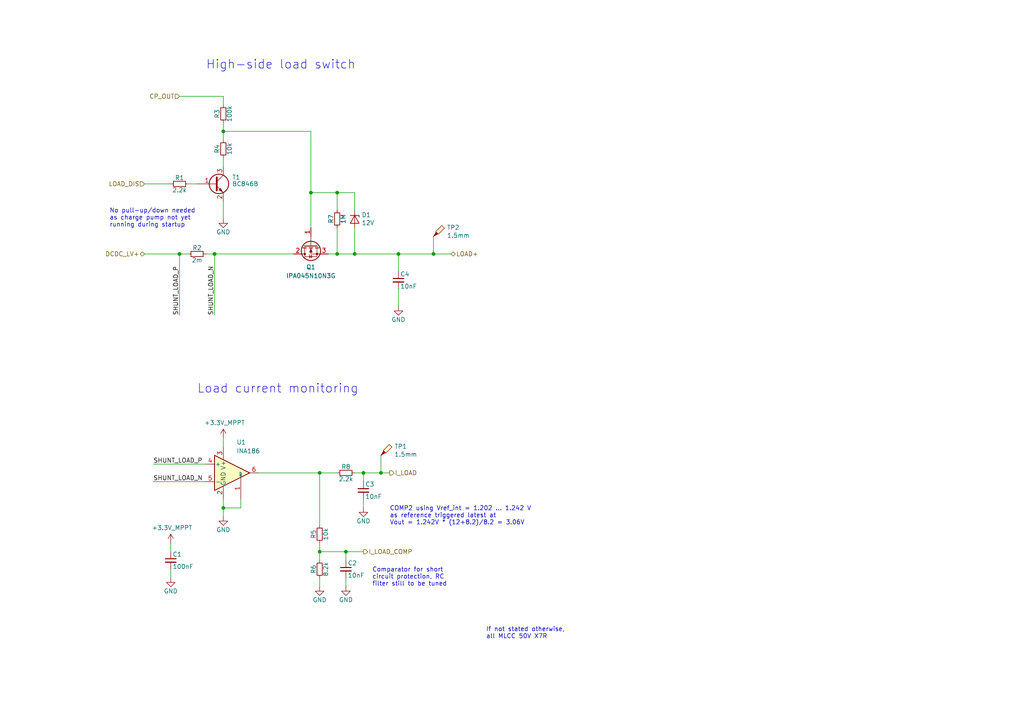
<source format=kicad_sch>
(kicad_sch
	(version 20250114)
	(generator "eeschema")
	(generator_version "9.0")
	(uuid "6e9887eb-c225-4aad-adc9-41ba26dba996")
	(paper "A4")
	(lib_symbols
		(symbol "Connector:TestPoint_Probe"
			(pin_numbers
				(hide yes)
			)
			(pin_names
				(offset 0.762)
				(hide yes)
			)
			(exclude_from_sim no)
			(in_bom yes)
			(on_board yes)
			(property "Reference" "TP"
				(at 1.651 5.842 0)
				(effects
					(font
						(size 1.27 1.27)
					)
				)
			)
			(property "Value" "TestPoint_Probe"
				(at 1.651 4.064 0)
				(effects
					(font
						(size 1.27 1.27)
					)
				)
			)
			(property "Footprint" ""
				(at 5.08 0 0)
				(effects
					(font
						(size 1.27 1.27)
					)
					(hide yes)
				)
			)
			(property "Datasheet" "~"
				(at 5.08 0 0)
				(effects
					(font
						(size 1.27 1.27)
					)
					(hide yes)
				)
			)
			(property "Description" "test point (alternative probe-style design)"
				(at 0 0 0)
				(effects
					(font
						(size 1.27 1.27)
					)
					(hide yes)
				)
			)
			(property "ki_keywords" "test point tp"
				(at 0 0 0)
				(effects
					(font
						(size 1.27 1.27)
					)
					(hide yes)
				)
			)
			(property "ki_fp_filters" "Pin* Test*"
				(at 0 0 0)
				(effects
					(font
						(size 1.27 1.27)
					)
					(hide yes)
				)
			)
			(symbol "TestPoint_Probe_0_1"
				(polyline
					(pts
						(xy 1.27 0.762) (xy 0 0) (xy 0.762 1.27) (xy 1.27 0.762)
					)
					(stroke
						(width 0)
						(type default)
					)
					(fill
						(type outline)
					)
				)
				(polyline
					(pts
						(xy 1.397 0.635) (xy 0.635 1.397) (xy 2.413 3.175) (xy 3.175 2.413) (xy 1.397 0.635)
					)
					(stroke
						(width 0)
						(type default)
					)
					(fill
						(type background)
					)
				)
			)
			(symbol "TestPoint_Probe_1_1"
				(pin passive line
					(at 0 0 90)
					(length 0)
					(name "1"
						(effects
							(font
								(size 1.27 1.27)
							)
						)
					)
					(number "1"
						(effects
							(font
								(size 1.27 1.27)
							)
						)
					)
				)
			)
			(embedded_fonts no)
		)
		(symbol "Device:Q_NMOS_GDS"
			(pin_names
				(offset 0)
				(hide yes)
			)
			(exclude_from_sim no)
			(in_bom yes)
			(on_board yes)
			(property "Reference" "Q"
				(at 5.08 1.27 0)
				(effects
					(font
						(size 1.27 1.27)
					)
					(justify left)
				)
			)
			(property "Value" "Q_NMOS_GDS"
				(at 5.08 -1.27 0)
				(effects
					(font
						(size 1.27 1.27)
					)
					(justify left)
				)
			)
			(property "Footprint" ""
				(at 5.08 2.54 0)
				(effects
					(font
						(size 1.27 1.27)
					)
					(hide yes)
				)
			)
			(property "Datasheet" "~"
				(at 0 0 0)
				(effects
					(font
						(size 1.27 1.27)
					)
					(hide yes)
				)
			)
			(property "Description" "N-MOSFET transistor, gate/drain/source"
				(at 0 0 0)
				(effects
					(font
						(size 1.27 1.27)
					)
					(hide yes)
				)
			)
			(property "ki_keywords" "transistor NMOS N-MOS N-MOSFET"
				(at 0 0 0)
				(effects
					(font
						(size 1.27 1.27)
					)
					(hide yes)
				)
			)
			(symbol "Q_NMOS_GDS_0_1"
				(polyline
					(pts
						(xy 0.254 1.905) (xy 0.254 -1.905)
					)
					(stroke
						(width 0.254)
						(type default)
					)
					(fill
						(type none)
					)
				)
				(polyline
					(pts
						(xy 0.254 0) (xy -2.54 0)
					)
					(stroke
						(width 0)
						(type default)
					)
					(fill
						(type none)
					)
				)
				(polyline
					(pts
						(xy 0.762 2.286) (xy 0.762 1.27)
					)
					(stroke
						(width 0.254)
						(type default)
					)
					(fill
						(type none)
					)
				)
				(polyline
					(pts
						(xy 0.762 0.508) (xy 0.762 -0.508)
					)
					(stroke
						(width 0.254)
						(type default)
					)
					(fill
						(type none)
					)
				)
				(polyline
					(pts
						(xy 0.762 -1.27) (xy 0.762 -2.286)
					)
					(stroke
						(width 0.254)
						(type default)
					)
					(fill
						(type none)
					)
				)
				(polyline
					(pts
						(xy 0.762 -1.778) (xy 3.302 -1.778) (xy 3.302 1.778) (xy 0.762 1.778)
					)
					(stroke
						(width 0)
						(type default)
					)
					(fill
						(type none)
					)
				)
				(polyline
					(pts
						(xy 1.016 0) (xy 2.032 0.381) (xy 2.032 -0.381) (xy 1.016 0)
					)
					(stroke
						(width 0)
						(type default)
					)
					(fill
						(type outline)
					)
				)
				(circle
					(center 1.651 0)
					(radius 2.794)
					(stroke
						(width 0.254)
						(type default)
					)
					(fill
						(type none)
					)
				)
				(polyline
					(pts
						(xy 2.54 2.54) (xy 2.54 1.778)
					)
					(stroke
						(width 0)
						(type default)
					)
					(fill
						(type none)
					)
				)
				(circle
					(center 2.54 1.778)
					(radius 0.254)
					(stroke
						(width 0)
						(type default)
					)
					(fill
						(type outline)
					)
				)
				(circle
					(center 2.54 -1.778)
					(radius 0.254)
					(stroke
						(width 0)
						(type default)
					)
					(fill
						(type outline)
					)
				)
				(polyline
					(pts
						(xy 2.54 -2.54) (xy 2.54 0) (xy 0.762 0)
					)
					(stroke
						(width 0)
						(type default)
					)
					(fill
						(type none)
					)
				)
				(polyline
					(pts
						(xy 2.794 0.508) (xy 2.921 0.381) (xy 3.683 0.381) (xy 3.81 0.254)
					)
					(stroke
						(width 0)
						(type default)
					)
					(fill
						(type none)
					)
				)
				(polyline
					(pts
						(xy 3.302 0.381) (xy 2.921 -0.254) (xy 3.683 -0.254) (xy 3.302 0.381)
					)
					(stroke
						(width 0)
						(type default)
					)
					(fill
						(type none)
					)
				)
			)
			(symbol "Q_NMOS_GDS_1_1"
				(pin input line
					(at -5.08 0 0)
					(length 2.54)
					(name "G"
						(effects
							(font
								(size 1.27 1.27)
							)
						)
					)
					(number "1"
						(effects
							(font
								(size 1.27 1.27)
							)
						)
					)
				)
				(pin passive line
					(at 2.54 5.08 270)
					(length 2.54)
					(name "D"
						(effects
							(font
								(size 1.27 1.27)
							)
						)
					)
					(number "2"
						(effects
							(font
								(size 1.27 1.27)
							)
						)
					)
				)
				(pin passive line
					(at 2.54 -5.08 90)
					(length 2.54)
					(name "S"
						(effects
							(font
								(size 1.27 1.27)
							)
						)
					)
					(number "3"
						(effects
							(font
								(size 1.27 1.27)
							)
						)
					)
				)
			)
			(embedded_fonts no)
		)
		(symbol "LibreSolar:INA186"
			(pin_names
				(offset 0.127)
			)
			(exclude_from_sim no)
			(in_bom yes)
			(on_board yes)
			(property "Reference" "U"
				(at 3.81 3.81 0)
				(effects
					(font
						(size 1.27 1.27)
					)
					(justify left)
				)
			)
			(property "Value" "INA186"
				(at 3.81 -2.54 0)
				(effects
					(font
						(size 1.27 1.27)
					)
					(justify left)
				)
			)
			(property "Footprint" "Package_TO_SOT_SMD:SOT-363_SC-70-6"
				(at 1.27 1.27 0)
				(effects
					(font
						(size 1.27 1.27)
					)
					(hide yes)
				)
			)
			(property "Datasheet" "http://www.ti.com/lit/ds/symlink/ina186.pdf"
				(at 3.81 3.81 0)
				(effects
					(font
						(size 1.27 1.27)
					)
					(hide yes)
				)
			)
			(property "Description" "Bidirectional, Low- and High-Side Voltage Output, Current-Sense Amplifier, SC-70"
				(at 0 0 0)
				(effects
					(font
						(size 1.27 1.27)
					)
					(hide yes)
				)
			)
			(property "ki_keywords" "current monitor shunt sensor bidirectional"
				(at 0 0 0)
				(effects
					(font
						(size 1.27 1.27)
					)
					(hide yes)
				)
			)
			(property "ki_fp_filters" "SOT?23*"
				(at 0 0 0)
				(effects
					(font
						(size 1.27 1.27)
					)
					(hide yes)
				)
			)
			(symbol "INA186_0_1"
				(polyline
					(pts
						(xy 5.08 0) (xy -5.08 5.08) (xy -5.08 -5.08) (xy 5.08 0)
					)
					(stroke
						(width 0.254)
						(type default)
					)
					(fill
						(type background)
					)
				)
			)
			(symbol "INA186_1_1"
				(pin input line
					(at -7.62 2.54 0)
					(length 2.54)
					(name "+"
						(effects
							(font
								(size 1.27 1.27)
							)
						)
					)
					(number "4"
						(effects
							(font
								(size 1.27 1.27)
							)
						)
					)
				)
				(pin input line
					(at -7.62 -2.54 0)
					(length 2.54)
					(name "-"
						(effects
							(font
								(size 1.27 1.27)
							)
						)
					)
					(number "5"
						(effects
							(font
								(size 1.27 1.27)
							)
						)
					)
				)
				(pin power_in line
					(at -2.54 7.62 270)
					(length 3.81)
					(name "V+"
						(effects
							(font
								(size 1.27 1.27)
							)
						)
					)
					(number "3"
						(effects
							(font
								(size 1.27 1.27)
							)
						)
					)
				)
				(pin power_in line
					(at -2.54 -7.62 90)
					(length 3.81)
					(name "GND"
						(effects
							(font
								(size 1.27 1.27)
							)
						)
					)
					(number "2"
						(effects
							(font
								(size 1.27 1.27)
							)
						)
					)
				)
				(pin input line
					(at 2.54 -7.62 90)
					(length 6.35)
					(name "REF"
						(effects
							(font
								(size 0.508 0.508)
							)
						)
					)
					(number "1"
						(effects
							(font
								(size 1.27 1.27)
							)
						)
					)
				)
				(pin output line
					(at 7.62 0 180)
					(length 2.54)
					(name "~"
						(effects
							(font
								(size 1.27 1.27)
							)
						)
					)
					(number "6"
						(effects
							(font
								(size 1.27 1.27)
							)
						)
					)
				)
			)
			(embedded_fonts no)
		)
		(symbol "Project:C"
			(pin_numbers
				(hide yes)
			)
			(pin_names
				(offset 0.254)
				(hide yes)
			)
			(exclude_from_sim no)
			(in_bom yes)
			(on_board yes)
			(property "Reference" "C"
				(at 0.635 1.905 0)
				(effects
					(font
						(size 1.27 1.27)
					)
					(justify left)
				)
			)
			(property "Value" "C"
				(at 0.635 -1.905 0)
				(effects
					(font
						(size 1.27 1.27)
					)
					(justify left)
				)
			)
			(property "Footprint" ""
				(at 0 -5.08 0)
				(effects
					(font
						(size 1.27 1.27)
					)
					(hide yes)
				)
			)
			(property "Datasheet" ""
				(at 0.635 1.905 0)
				(effects
					(font
						(size 1.27 1.27)
					)
				)
			)
			(property "Description" "Unpolarized capacitor"
				(at 0 0 0)
				(effects
					(font
						(size 1.27 1.27)
					)
					(hide yes)
				)
			)
			(property "ki_fp_filters" "C? C_????_* C_???? SMD*_c Capacitor*"
				(at 0 0 0)
				(effects
					(font
						(size 1.27 1.27)
					)
					(hide yes)
				)
			)
			(symbol "C_0_1"
				(polyline
					(pts
						(xy -1.524 0.508) (xy 0 0.508) (xy 1.524 0.508)
					)
					(stroke
						(width 0.3048)
						(type solid)
					)
					(fill
						(type none)
					)
				)
				(polyline
					(pts
						(xy -1.524 -0.508) (xy 1.524 -0.508)
					)
					(stroke
						(width 0.3302)
						(type solid)
					)
					(fill
						(type none)
					)
				)
			)
			(symbol "C_1_1"
				(pin passive line
					(at 0 2.54 270)
					(length 1.905)
					(name "~"
						(effects
							(font
								(size 1.016 1.016)
							)
						)
					)
					(number "1"
						(effects
							(font
								(size 1.016 1.016)
							)
						)
					)
				)
				(pin passive line
					(at 0 -2.54 90)
					(length 2.032)
					(name "~"
						(effects
							(font
								(size 1.016 1.016)
							)
						)
					)
					(number "2"
						(effects
							(font
								(size 1.016 1.016)
							)
						)
					)
				)
			)
			(embedded_fonts no)
		)
		(symbol "Project:D_Zener"
			(pin_numbers
				(hide yes)
			)
			(pin_names
				(offset 1.016)
				(hide yes)
			)
			(exclude_from_sim no)
			(in_bom yes)
			(on_board yes)
			(property "Reference" "D"
				(at 0 2.54 0)
				(effects
					(font
						(size 1.27 1.27)
					)
				)
			)
			(property "Value" "D_Zener"
				(at 0 -2.54 0)
				(effects
					(font
						(size 1.27 1.27)
					)
				)
			)
			(property "Footprint" ""
				(at 0 0 0)
				(effects
					(font
						(size 1.27 1.27)
					)
				)
			)
			(property "Datasheet" ""
				(at 0 0 0)
				(effects
					(font
						(size 1.27 1.27)
					)
				)
			)
			(property "Description" "Diode zener"
				(at 0 0 0)
				(effects
					(font
						(size 1.27 1.27)
					)
					(hide yes)
				)
			)
			(property "ki_keywords" "DEV DIODE"
				(at 0 0 0)
				(effects
					(font
						(size 1.27 1.27)
					)
					(hide yes)
				)
			)
			(property "ki_fp_filters" "D? SO* SM*"
				(at 0 0 0)
				(effects
					(font
						(size 1.27 1.27)
					)
					(hide yes)
				)
			)
			(symbol "D_Zener_0_1"
				(polyline
					(pts
						(xy -1.016 0) (xy 1.27 1.27) (xy 1.27 -1.27) (xy -1.016 0)
					)
					(stroke
						(width 0.2032)
						(type solid)
					)
					(fill
						(type none)
					)
				)
				(polyline
					(pts
						(xy -0.508 1.27) (xy -1.016 1.27) (xy -1.016 0) (xy -1.016 -1.27)
					)
					(stroke
						(width 0.2032)
						(type solid)
					)
					(fill
						(type none)
					)
				)
				(polyline
					(pts
						(xy 1.27 0) (xy -1.27 0)
					)
					(stroke
						(width 0)
						(type solid)
					)
					(fill
						(type none)
					)
				)
			)
			(symbol "D_Zener_1_1"
				(pin passive line
					(at -2.54 0 0)
					(length 1.27)
					(name "K"
						(effects
							(font
								(size 1.27 1.27)
							)
						)
					)
					(number "1"
						(effects
							(font
								(size 1.27 1.27)
							)
						)
					)
				)
				(pin passive line
					(at 2.54 0 180)
					(length 1.27)
					(name "A"
						(effects
							(font
								(size 1.27 1.27)
							)
						)
					)
					(number "2"
						(effects
							(font
								(size 1.27 1.27)
							)
						)
					)
				)
			)
			(embedded_fonts no)
		)
		(symbol "Project:R"
			(pin_numbers
				(hide yes)
			)
			(pin_names
				(offset 0.254)
				(hide yes)
			)
			(exclude_from_sim no)
			(in_bom yes)
			(on_board yes)
			(property "Reference" "R"
				(at -1.905 0 90)
				(effects
					(font
						(size 1.27 1.27)
					)
				)
			)
			(property "Value" "R"
				(at 1.905 0 90)
				(effects
					(font
						(size 1.27 1.27)
					)
				)
			)
			(property "Footprint" ""
				(at -4.445 -2.54 90)
				(effects
					(font
						(size 1.27 1.27)
					)
					(hide yes)
				)
			)
			(property "Datasheet" ""
				(at 0 0 0)
				(effects
					(font
						(size 1.27 1.27)
					)
				)
			)
			(property "Description" "Resistor"
				(at 0 0 0)
				(effects
					(font
						(size 1.27 1.27)
					)
					(hide yes)
				)
			)
			(property "ki_fp_filters" "Resistor_* R_*"
				(at 0 0 0)
				(effects
					(font
						(size 1.27 1.27)
					)
					(hide yes)
				)
			)
			(symbol "R_0_1"
				(rectangle
					(start -0.762 1.778)
					(end 0.762 -1.778)
					(stroke
						(width 0.2032)
						(type solid)
					)
					(fill
						(type none)
					)
				)
			)
			(symbol "R_1_1"
				(pin passive line
					(at 0 2.54 270)
					(length 0.762)
					(name "~"
						(effects
							(font
								(size 1.016 1.016)
							)
						)
					)
					(number "1"
						(effects
							(font
								(size 1.016 1.016)
							)
						)
					)
				)
				(pin passive line
					(at 0 -2.54 90)
					(length 0.762)
					(name "~"
						(effects
							(font
								(size 1.016 1.016)
							)
						)
					)
					(number "2"
						(effects
							(font
								(size 1.016 1.016)
							)
						)
					)
				)
			)
			(embedded_fonts no)
		)
		(symbol "Transistor_BJT:BC846"
			(pin_names
				(offset 0)
				(hide yes)
			)
			(exclude_from_sim no)
			(in_bom yes)
			(on_board yes)
			(property "Reference" "Q"
				(at 5.08 1.905 0)
				(effects
					(font
						(size 1.27 1.27)
					)
					(justify left)
				)
			)
			(property "Value" "BC846"
				(at 5.08 0 0)
				(effects
					(font
						(size 1.27 1.27)
					)
					(justify left)
				)
			)
			(property "Footprint" "Package_TO_SOT_SMD:SOT-23"
				(at 5.08 -1.905 0)
				(effects
					(font
						(size 1.27 1.27)
						(italic yes)
					)
					(justify left)
					(hide yes)
				)
			)
			(property "Datasheet" "https://assets.nexperia.com/documents/data-sheet/BC846_SER.pdf"
				(at 0 0 0)
				(effects
					(font
						(size 1.27 1.27)
					)
					(justify left)
					(hide yes)
				)
			)
			(property "Description" "0.1A Ic, 65V Vce, NPN Transistor, SOT-23"
				(at 0 0 0)
				(effects
					(font
						(size 1.27 1.27)
					)
					(hide yes)
				)
			)
			(property "ki_keywords" "NPN Transistor"
				(at 0 0 0)
				(effects
					(font
						(size 1.27 1.27)
					)
					(hide yes)
				)
			)
			(property "ki_fp_filters" "SOT?23*"
				(at 0 0 0)
				(effects
					(font
						(size 1.27 1.27)
					)
					(hide yes)
				)
			)
			(symbol "BC846_0_1"
				(polyline
					(pts
						(xy 0.635 1.905) (xy 0.635 -1.905) (xy 0.635 -1.905)
					)
					(stroke
						(width 0.508)
						(type default)
					)
					(fill
						(type none)
					)
				)
				(polyline
					(pts
						(xy 0.635 0.635) (xy 2.54 2.54)
					)
					(stroke
						(width 0)
						(type default)
					)
					(fill
						(type none)
					)
				)
				(polyline
					(pts
						(xy 0.635 -0.635) (xy 2.54 -2.54) (xy 2.54 -2.54)
					)
					(stroke
						(width 0)
						(type default)
					)
					(fill
						(type none)
					)
				)
				(circle
					(center 1.27 0)
					(radius 2.8194)
					(stroke
						(width 0.254)
						(type default)
					)
					(fill
						(type none)
					)
				)
				(polyline
					(pts
						(xy 1.27 -1.778) (xy 1.778 -1.27) (xy 2.286 -2.286) (xy 1.27 -1.778) (xy 1.27 -1.778)
					)
					(stroke
						(width 0)
						(type default)
					)
					(fill
						(type outline)
					)
				)
			)
			(symbol "BC846_1_1"
				(pin input line
					(at -5.08 0 0)
					(length 5.715)
					(name "B"
						(effects
							(font
								(size 1.27 1.27)
							)
						)
					)
					(number "1"
						(effects
							(font
								(size 1.27 1.27)
							)
						)
					)
				)
				(pin passive line
					(at 2.54 5.08 270)
					(length 2.54)
					(name "C"
						(effects
							(font
								(size 1.27 1.27)
							)
						)
					)
					(number "3"
						(effects
							(font
								(size 1.27 1.27)
							)
						)
					)
				)
				(pin passive line
					(at 2.54 -5.08 90)
					(length 2.54)
					(name "E"
						(effects
							(font
								(size 1.27 1.27)
							)
						)
					)
					(number "2"
						(effects
							(font
								(size 1.27 1.27)
							)
						)
					)
				)
			)
			(embedded_fonts no)
		)
		(symbol "mppt-2420-hc-rescue:+3.3V-power"
			(power)
			(pin_names
				(offset 0)
			)
			(exclude_from_sim no)
			(in_bom yes)
			(on_board yes)
			(property "Reference" "#PWR"
				(at 0 -3.81 0)
				(effects
					(font
						(size 1.27 1.27)
					)
					(hide yes)
				)
			)
			(property "Value" "power_+3.3V"
				(at 0 3.556 0)
				(effects
					(font
						(size 1.27 1.27)
					)
				)
			)
			(property "Footprint" ""
				(at 0 0 0)
				(effects
					(font
						(size 1.27 1.27)
					)
					(hide yes)
				)
			)
			(property "Datasheet" ""
				(at 0 0 0)
				(effects
					(font
						(size 1.27 1.27)
					)
					(hide yes)
				)
			)
			(property "Description" ""
				(at 0 0 0)
				(effects
					(font
						(size 1.27 1.27)
					)
					(hide yes)
				)
			)
			(symbol "+3.3V-power_0_1"
				(polyline
					(pts
						(xy -0.762 1.27) (xy 0 2.54)
					)
					(stroke
						(width 0)
						(type solid)
					)
					(fill
						(type none)
					)
				)
				(polyline
					(pts
						(xy 0 2.54) (xy 0.762 1.27)
					)
					(stroke
						(width 0)
						(type solid)
					)
					(fill
						(type none)
					)
				)
				(polyline
					(pts
						(xy 0 0) (xy 0 2.54)
					)
					(stroke
						(width 0)
						(type solid)
					)
					(fill
						(type none)
					)
				)
			)
			(symbol "+3.3V-power_1_1"
				(pin power_in line
					(at 0 0 90)
					(length 0)
					(hide yes)
					(name "+3V3"
						(effects
							(font
								(size 1.27 1.27)
							)
						)
					)
					(number "1"
						(effects
							(font
								(size 1.27 1.27)
							)
						)
					)
				)
			)
			(embedded_fonts no)
		)
		(symbol "mppt-2420-hc-rescue:GND-power"
			(power)
			(pin_names
				(offset 0)
			)
			(exclude_from_sim no)
			(in_bom yes)
			(on_board yes)
			(property "Reference" "#PWR"
				(at 0 -6.35 0)
				(effects
					(font
						(size 1.27 1.27)
					)
					(hide yes)
				)
			)
			(property "Value" "power_GND"
				(at 0 -3.81 0)
				(effects
					(font
						(size 1.27 1.27)
					)
				)
			)
			(property "Footprint" ""
				(at 0 0 0)
				(effects
					(font
						(size 1.27 1.27)
					)
					(hide yes)
				)
			)
			(property "Datasheet" ""
				(at 0 0 0)
				(effects
					(font
						(size 1.27 1.27)
					)
					(hide yes)
				)
			)
			(property "Description" ""
				(at 0 0 0)
				(effects
					(font
						(size 1.27 1.27)
					)
					(hide yes)
				)
			)
			(symbol "GND-power_0_1"
				(polyline
					(pts
						(xy 0 0) (xy 0 -1.27) (xy 1.27 -1.27) (xy 0 -2.54) (xy -1.27 -1.27) (xy 0 -1.27)
					)
					(stroke
						(width 0)
						(type solid)
					)
					(fill
						(type none)
					)
				)
			)
			(symbol "GND-power_1_1"
				(pin power_in line
					(at 0 0 270)
					(length 0)
					(hide yes)
					(name "GND"
						(effects
							(font
								(size 1.27 1.27)
							)
						)
					)
					(number "1"
						(effects
							(font
								(size 1.27 1.27)
							)
						)
					)
				)
			)
			(embedded_fonts no)
		)
	)
	(text "Load current monitoring"
		(exclude_from_sim no)
		(at 57.15 114.3 0)
		(effects
			(font
				(size 2.54 2.54)
			)
			(justify left bottom)
		)
		(uuid "04f39232-9a0f-4a76-8bb7-8f93e078e96d")
	)
	(text "No pull-up/down needed\nas charge pump not yet \nrunning during startup"
		(exclude_from_sim no)
		(at 31.75 66.04 0)
		(effects
			(font
				(size 1.27 1.27)
			)
			(justify left bottom)
		)
		(uuid "5bd8e031-4ad8-4a05-b7a6-670db8b3e333")
	)
	(text "If not stated otherwise,\nall MLCC 50V X7R"
		(exclude_from_sim no)
		(at 140.97 185.42 0)
		(effects
			(font
				(size 1.27 1.27)
			)
			(justify left bottom)
		)
		(uuid "a09f035e-5920-4406-b1c3-89df4fcfdc1e")
	)
	(text "Comparator for short \ncircuit protection, RC\nfilter still to be tuned"
		(exclude_from_sim no)
		(at 107.95 170.18 0)
		(effects
			(font
				(size 1.27 1.27)
			)
			(justify left bottom)
		)
		(uuid "b1a6e41b-742f-4400-9489-13e6866b9432")
	)
	(text "High-side load switch"
		(exclude_from_sim no)
		(at 59.69 20.32 0)
		(effects
			(font
				(size 2.54 2.54)
			)
			(justify left bottom)
		)
		(uuid "c556fae5-1e9b-4b1b-ada6-b6976e8c4485")
	)
	(text "COMP2 using Vref_int = 1.202 ... 1.242 V\nas reference triggered latest at\nVout = 1.242V * (12+8.2)/8.2 = 3.06V"
		(exclude_from_sim no)
		(at 113.03 152.4 0)
		(effects
			(font
				(size 1.27 1.27)
			)
			(justify left bottom)
		)
		(uuid "f3a25f46-cc0a-419b-8cd3-58dd36890d91")
	)
	(junction
		(at 62.23 73.66)
		(diameter 0)
		(color 0 0 0 0)
		(uuid "10073bd8-1196-4371-8217-3519cc8ee5e9")
	)
	(junction
		(at 64.77 38.1)
		(diameter 0)
		(color 0 0 0 0)
		(uuid "4ca1694e-cd26-412c-8b14-e63589fa1630")
	)
	(junction
		(at 100.33 160.02)
		(diameter 0)
		(color 0 0 0 0)
		(uuid "55af5aab-1197-413b-9f15-4a271efce335")
	)
	(junction
		(at 125.73 73.66)
		(diameter 0)
		(color 0 0 0 0)
		(uuid "60eda0bd-d11b-478f-b336-8562454ded1a")
	)
	(junction
		(at 52.07 73.66)
		(diameter 0)
		(color 0 0 0 0)
		(uuid "651fe042-53ea-4489-9532-23f9ec08d7e9")
	)
	(junction
		(at 115.57 73.66)
		(diameter 0)
		(color 0 0 0 0)
		(uuid "86cc53fd-ee44-4988-aebe-0c36ac651ce4")
	)
	(junction
		(at 97.79 73.66)
		(diameter 0)
		(color 0 0 0 0)
		(uuid "8babc83e-835a-4892-a777-9995492ff6ea")
	)
	(junction
		(at 92.71 160.02)
		(diameter 0)
		(color 0 0 0 0)
		(uuid "a14f6220-6402-4aa8-b209-447fb43c39b1")
	)
	(junction
		(at 90.17 55.88)
		(diameter 0)
		(color 0 0 0 0)
		(uuid "aa73a18a-38dc-4452-a48a-862a8820e9e9")
	)
	(junction
		(at 97.79 55.88)
		(diameter 0)
		(color 0 0 0 0)
		(uuid "c66eb29c-87e3-4ae9-8c4d-d207bd11d173")
	)
	(junction
		(at 64.77 147.32)
		(diameter 0)
		(color 0 0 0 0)
		(uuid "c84ca0b0-1bfa-4279-a89e-08791be07086")
	)
	(junction
		(at 105.41 137.16)
		(diameter 0)
		(color 0 0 0 0)
		(uuid "c9a6cf58-820a-4c9f-813d-ca0fba0bf3c6")
	)
	(junction
		(at 110.49 137.16)
		(diameter 0)
		(color 0 0 0 0)
		(uuid "e0f86e28-6cf0-4693-802c-6b3036b17b99")
	)
	(junction
		(at 92.71 137.16)
		(diameter 0)
		(color 0 0 0 0)
		(uuid "e2a5b690-a7e0-4e0d-ac39-2db29cb21762")
	)
	(junction
		(at 102.87 73.66)
		(diameter 0)
		(color 0 0 0 0)
		(uuid "ea5c44b9-0eba-41f7-b87c-85b3ae1d25aa")
	)
	(wire
		(pts
			(xy 52.07 73.66) (xy 54.61 73.66)
		)
		(stroke
			(width 0)
			(type default)
		)
		(uuid "0451f1d8-da0a-4fe5-8aad-bcab24b6380e")
	)
	(wire
		(pts
			(xy 64.77 45.72) (xy 64.77 48.26)
		)
		(stroke
			(width 0)
			(type default)
		)
		(uuid "06953d9f-b4f2-41d5-8838-5907a971c91d")
	)
	(wire
		(pts
			(xy 64.77 58.42) (xy 64.77 63.5)
		)
		(stroke
			(width 0)
			(type default)
		)
		(uuid "0c17e7ed-5db4-48f7-b112-ea513f637f2d")
	)
	(wire
		(pts
			(xy 69.85 147.32) (xy 69.85 144.78)
		)
		(stroke
			(width 0)
			(type default)
		)
		(uuid "1ca47fc1-7619-41b4-b317-58b875e47aaf")
	)
	(wire
		(pts
			(xy 92.71 167.64) (xy 92.71 170.18)
		)
		(stroke
			(width 0)
			(type default)
		)
		(uuid "1f73ee9f-ec78-4dd9-bae6-3b4dc7624203")
	)
	(wire
		(pts
			(xy 49.53 160.02) (xy 49.53 157.48)
		)
		(stroke
			(width 0)
			(type default)
		)
		(uuid "2019821e-fd74-4c0f-8378-6a2a1ce8f9ec")
	)
	(wire
		(pts
			(xy 92.71 160.02) (xy 92.71 162.56)
		)
		(stroke
			(width 0)
			(type default)
		)
		(uuid "23b60dcb-e5f4-479b-8e7f-340913e2496b")
	)
	(wire
		(pts
			(xy 100.33 160.02) (xy 105.41 160.02)
		)
		(stroke
			(width 0)
			(type default)
		)
		(uuid "288e521d-7c65-44d4-b615-3c2c16432400")
	)
	(wire
		(pts
			(xy 102.87 66.04) (xy 102.87 73.66)
		)
		(stroke
			(width 0)
			(type default)
		)
		(uuid "291e4a6e-f49b-481e-8088-5f344a54bf94")
	)
	(wire
		(pts
			(xy 102.87 73.66) (xy 115.57 73.66)
		)
		(stroke
			(width 0)
			(type default)
		)
		(uuid "2a7affe9-dd16-4dac-97b0-cd2acd054993")
	)
	(wire
		(pts
			(xy 97.79 55.88) (xy 102.87 55.88)
		)
		(stroke
			(width 0)
			(type default)
		)
		(uuid "2c84e8ca-ed0d-4525-8ae5-ba199cef6de3")
	)
	(wire
		(pts
			(xy 100.33 160.02) (xy 100.33 162.56)
		)
		(stroke
			(width 0)
			(type default)
		)
		(uuid "318d0d7a-b211-40ec-9dde-60cebf92458d")
	)
	(wire
		(pts
			(xy 64.77 27.94) (xy 52.07 27.94)
		)
		(stroke
			(width 0)
			(type default)
		)
		(uuid "31a6c93c-fe8d-4327-9151-6c131a1796fd")
	)
	(wire
		(pts
			(xy 90.17 55.88) (xy 90.17 38.1)
		)
		(stroke
			(width 0)
			(type default)
		)
		(uuid "4463b4c5-ef46-477e-8bd8-2644eb153394")
	)
	(wire
		(pts
			(xy 64.77 147.32) (xy 64.77 149.86)
		)
		(stroke
			(width 0)
			(type default)
		)
		(uuid "4e28afee-d187-44d9-ad96-ae63f5a3e387")
	)
	(wire
		(pts
			(xy 105.41 137.16) (xy 110.49 137.16)
		)
		(stroke
			(width 0)
			(type default)
		)
		(uuid "5e3ac1b1-916d-4516-bb9c-cbab4469e9ff")
	)
	(wire
		(pts
			(xy 115.57 73.66) (xy 125.73 73.66)
		)
		(stroke
			(width 0)
			(type default)
		)
		(uuid "601ae1fb-c6f5-4065-a092-f26566387b75")
	)
	(wire
		(pts
			(xy 125.73 68.58) (xy 125.73 73.66)
		)
		(stroke
			(width 0)
			(type default)
		)
		(uuid "674eb05e-d939-4d71-9146-7c1c9a74bb3e")
	)
	(wire
		(pts
			(xy 62.23 73.66) (xy 85.09 73.66)
		)
		(stroke
			(width 0)
			(type default)
		)
		(uuid "70e16d9a-e7fe-41a3-88a8-d5f459571c79")
	)
	(wire
		(pts
			(xy 102.87 137.16) (xy 105.41 137.16)
		)
		(stroke
			(width 0)
			(type default)
		)
		(uuid "71c85bbe-8635-4b8a-a471-00bc610ffd68")
	)
	(wire
		(pts
			(xy 100.33 167.64) (xy 100.33 170.18)
		)
		(stroke
			(width 0)
			(type default)
		)
		(uuid "741e3601-75e6-495e-bd69-2095bb500220")
	)
	(wire
		(pts
			(xy 54.61 53.34) (xy 57.15 53.34)
		)
		(stroke
			(width 0)
			(type default)
		)
		(uuid "7a70e681-c232-49f9-8d66-bd00e950ea95")
	)
	(wire
		(pts
			(xy 52.07 73.66) (xy 52.07 91.44)
		)
		(stroke
			(width 0)
			(type default)
		)
		(uuid "7a8bf0e7-6421-4133-b537-ba9f42d29438")
	)
	(wire
		(pts
			(xy 41.91 53.34) (xy 49.53 53.34)
		)
		(stroke
			(width 0)
			(type default)
		)
		(uuid "7d3f1087-5f17-46b1-ada9-58b11db5e293")
	)
	(wire
		(pts
			(xy 115.57 83.82) (xy 115.57 88.9)
		)
		(stroke
			(width 0)
			(type default)
		)
		(uuid "7e3b4303-1c5e-4626-88e2-5ac6b24943ca")
	)
	(wire
		(pts
			(xy 64.77 144.78) (xy 64.77 147.32)
		)
		(stroke
			(width 0)
			(type default)
		)
		(uuid "84e9a8c9-6b06-4dbd-b0e0-92584c5d05dd")
	)
	(wire
		(pts
			(xy 97.79 66.04) (xy 97.79 73.66)
		)
		(stroke
			(width 0)
			(type default)
		)
		(uuid "873c9b23-5a8f-46d5-9e9d-146c29ec0e9f")
	)
	(wire
		(pts
			(xy 90.17 66.04) (xy 90.17 55.88)
		)
		(stroke
			(width 0)
			(type default)
		)
		(uuid "880f3a36-d0cd-45db-848f-7d558dd5b00d")
	)
	(wire
		(pts
			(xy 102.87 55.88) (xy 102.87 60.96)
		)
		(stroke
			(width 0)
			(type default)
		)
		(uuid "a1479856-ac65-4bc7-a75e-ef891185a317")
	)
	(wire
		(pts
			(xy 49.53 167.64) (xy 49.53 165.1)
		)
		(stroke
			(width 0)
			(type default)
		)
		(uuid "a3c895e0-11e1-4177-8266-37b0efaacb54")
	)
	(wire
		(pts
			(xy 97.79 73.66) (xy 102.87 73.66)
		)
		(stroke
			(width 0)
			(type default)
		)
		(uuid "ab734ece-339e-423c-a716-b1e1f326c994")
	)
	(wire
		(pts
			(xy 59.69 73.66) (xy 62.23 73.66)
		)
		(stroke
			(width 0)
			(type default)
		)
		(uuid "ab8533d2-3448-4d6d-8f03-13b6aa7c14e7")
	)
	(wire
		(pts
			(xy 97.79 55.88) (xy 97.79 60.96)
		)
		(stroke
			(width 0)
			(type default)
		)
		(uuid "aeb8c0ea-5921-4cac-bbce-a9f56657e738")
	)
	(wire
		(pts
			(xy 90.17 55.88) (xy 97.79 55.88)
		)
		(stroke
			(width 0)
			(type default)
		)
		(uuid "b19ed078-b609-400f-8453-cc2b3ccdd06f")
	)
	(wire
		(pts
			(xy 64.77 127) (xy 64.77 129.54)
		)
		(stroke
			(width 0)
			(type default)
		)
		(uuid "b36f9d24-d610-400c-b4f6-ca3393ef0e39")
	)
	(wire
		(pts
			(xy 69.85 147.32) (xy 64.77 147.32)
		)
		(stroke
			(width 0)
			(type default)
		)
		(uuid "b4944aac-4d96-48ac-a261-66cb1c16caeb")
	)
	(wire
		(pts
			(xy 90.17 38.1) (xy 64.77 38.1)
		)
		(stroke
			(width 0)
			(type default)
		)
		(uuid "b6ee885d-1d51-444a-9b38-79f920980176")
	)
	(wire
		(pts
			(xy 59.69 134.62) (xy 44.45 134.62)
		)
		(stroke
			(width 0)
			(type default)
		)
		(uuid "b7830fbb-8266-4bec-896d-f3034d816658")
	)
	(wire
		(pts
			(xy 64.77 35.56) (xy 64.77 38.1)
		)
		(stroke
			(width 0)
			(type default)
		)
		(uuid "ca15630e-6498-498c-a086-8273c4513379")
	)
	(wire
		(pts
			(xy 92.71 137.16) (xy 92.71 152.4)
		)
		(stroke
			(width 0)
			(type default)
		)
		(uuid "caf2372c-a48a-4ae5-abfa-aee557197fba")
	)
	(wire
		(pts
			(xy 105.41 144.78) (xy 105.41 147.32)
		)
		(stroke
			(width 0)
			(type default)
		)
		(uuid "cc93f50f-e8d8-4f7e-9203-a6c38075be53")
	)
	(wire
		(pts
			(xy 44.45 139.7) (xy 59.69 139.7)
		)
		(stroke
			(width 0)
			(type default)
		)
		(uuid "cd2b7699-215c-40d7-be32-44d01a549fb9")
	)
	(wire
		(pts
			(xy 41.91 73.66) (xy 52.07 73.66)
		)
		(stroke
			(width 0)
			(type default)
		)
		(uuid "d1c30337-2d2a-4087-a6bb-8fe7109a71cc")
	)
	(wire
		(pts
			(xy 110.49 137.16) (xy 113.03 137.16)
		)
		(stroke
			(width 0)
			(type default)
		)
		(uuid "d1e276f7-a032-40bf-927a-6a410bd969a4")
	)
	(wire
		(pts
			(xy 110.49 132.08) (xy 110.49 137.16)
		)
		(stroke
			(width 0)
			(type default)
		)
		(uuid "d33737fa-7813-4b1d-b584-a140e22f388c")
	)
	(wire
		(pts
			(xy 92.71 137.16) (xy 97.79 137.16)
		)
		(stroke
			(width 0)
			(type default)
		)
		(uuid "d3d0a4e6-a9d3-4fde-8762-4131589f51a5")
	)
	(wire
		(pts
			(xy 74.93 137.16) (xy 92.71 137.16)
		)
		(stroke
			(width 0)
			(type default)
		)
		(uuid "d45c2477-b9f6-4815-87c6-64d5b4646ba3")
	)
	(wire
		(pts
			(xy 92.71 160.02) (xy 100.33 160.02)
		)
		(stroke
			(width 0)
			(type default)
		)
		(uuid "d7bd8b0f-3f67-40fd-a095-0ae66762be76")
	)
	(wire
		(pts
			(xy 95.25 73.66) (xy 97.79 73.66)
		)
		(stroke
			(width 0)
			(type default)
		)
		(uuid "d95c852a-a089-4620-8bf0-235b95d82060")
	)
	(wire
		(pts
			(xy 115.57 78.74) (xy 115.57 73.66)
		)
		(stroke
			(width 0)
			(type default)
		)
		(uuid "e2881950-ba04-4789-be8c-c1d16fec1bcf")
	)
	(wire
		(pts
			(xy 125.73 73.66) (xy 130.81 73.66)
		)
		(stroke
			(width 0)
			(type default)
		)
		(uuid "e2fde120-7528-4393-9cea-ea77a3ad0061")
	)
	(wire
		(pts
			(xy 64.77 27.94) (xy 64.77 30.48)
		)
		(stroke
			(width 0)
			(type default)
		)
		(uuid "ea0c79f2-c598-451a-8d9c-703f29ef0624")
	)
	(wire
		(pts
			(xy 62.23 73.66) (xy 62.23 91.44)
		)
		(stroke
			(width 0)
			(type default)
		)
		(uuid "ece66bcb-be69-43d2-8e31-00f06537966a")
	)
	(wire
		(pts
			(xy 105.41 137.16) (xy 105.41 139.7)
		)
		(stroke
			(width 0)
			(type default)
		)
		(uuid "efe5face-b366-4d28-b918-893966d0c994")
	)
	(wire
		(pts
			(xy 92.71 157.48) (xy 92.71 160.02)
		)
		(stroke
			(width 0)
			(type default)
		)
		(uuid "fd41e3fa-f7d7-4a58-8e28-baecace76e6f")
	)
	(wire
		(pts
			(xy 64.77 38.1) (xy 64.77 40.64)
		)
		(stroke
			(width 0)
			(type default)
		)
		(uuid "fdabf449-8db6-4f77-af8d-08ae6ff9db70")
	)
	(label "SHUNT_LOAD_N"
		(at 62.23 91.44 90)
		(effects
			(font
				(size 1.27 1.27)
			)
			(justify left bottom)
		)
		(uuid "0d9c9f93-c29b-4033-8936-4d8956b451e1")
	)
	(label "SHUNT_LOAD_P"
		(at 52.07 91.44 90)
		(effects
			(font
				(size 1.27 1.27)
			)
			(justify left bottom)
		)
		(uuid "40ea3b9f-daa2-4c9e-8e2f-b5ad1b3e6524")
	)
	(label "SHUNT_LOAD_P"
		(at 44.45 134.62 0)
		(effects
			(font
				(size 1.27 1.27)
			)
			(justify left bottom)
		)
		(uuid "dbad64df-0964-409e-96eb-a780a26db242")
	)
	(label "SHUNT_LOAD_N"
		(at 44.45 139.7 0)
		(effects
			(font
				(size 1.27 1.27)
			)
			(justify left bottom)
		)
		(uuid "fc5d32c2-aa4f-444d-9542-e7108dfcab84")
	)
	(hierarchical_label "I_LOAD_COMP"
		(shape output)
		(at 105.41 160.02 0)
		(effects
			(font
				(size 1.27 1.27)
			)
			(justify left)
		)
		(uuid "2b4697ad-d5d2-4316-a36a-c00ebdd2a4e7")
	)
	(hierarchical_label "I_LOAD"
		(shape output)
		(at 113.03 137.16 0)
		(effects
			(font
				(size 1.27 1.27)
			)
			(justify left)
		)
		(uuid "2d08d7d7-35ca-4598-a2b0-0143e8e9fe35")
	)
	(hierarchical_label "DCDC_LV+"
		(shape bidirectional)
		(at 41.91 73.66 180)
		(effects
			(font
				(size 1.27 1.27)
			)
			(justify right)
		)
		(uuid "adbee335-fc2b-4caf-bd13-263cdd8a8af3")
	)
	(hierarchical_label "LOAD+"
		(shape bidirectional)
		(at 130.81 73.66 0)
		(effects
			(font
				(size 1.27 1.27)
			)
			(justify left)
		)
		(uuid "d236fca1-352c-4b2e-9e8f-0fa9887a915f")
	)
	(hierarchical_label "LOAD_DIS"
		(shape input)
		(at 41.91 53.34 180)
		(effects
			(font
				(size 1.27 1.27)
			)
			(justify right)
		)
		(uuid "e48c33c6-5986-4347-994b-a68baad40305")
	)
	(hierarchical_label "CP_OUT"
		(shape input)
		(at 52.07 27.94 180)
		(effects
			(font
				(size 1.27 1.27)
			)
			(justify right)
		)
		(uuid "ee3b8314-19c4-4404-aad4-9b3fcf2d0154")
	)
	(symbol
		(lib_id "Project:C")
		(at 100.33 165.1 0)
		(unit 1)
		(exclude_from_sim no)
		(in_bom yes)
		(on_board yes)
		(dnp no)
		(uuid "051038a2-5efc-4a9e-9540-8a9d725a4309")
		(property "Reference" "C57"
			(at 100.838 163.322 0)
			(effects
				(font
					(size 1.27 1.27)
				)
				(justify left)
			)
		)
		(property "Value" "10nF"
			(at 100.838 166.878 0)
			(effects
				(font
					(size 1.27 1.27)
				)
				(justify left)
			)
		)
		(property "Footprint" "LibreSolar:C_0603_1608"
			(at 100.33 165.1 0)
			(effects
				(font
					(size 1.27 1.27)
				)
				(hide yes)
			)
		)
		(property "Datasheet" ""
			(at 100.33 165.1 0)
			(effects
				(font
					(size 1.27 1.27)
				)
			)
		)
		(property "Description" ""
			(at 100.33 165.1 0)
			(effects
				(font
					(size 1.27 1.27)
				)
				(hide yes)
			)
		)
		(property "Manufacturer" "any"
			(at 5.08 345.44 0)
			(effects
				(font
					(size 1.27 1.27)
				)
				(hide yes)
			)
		)
		(property "PartNumber" ""
			(at 5.08 345.44 0)
			(effects
				(font
					(size 1.27 1.27)
				)
				(hide yes)
			)
		)
		(property "Remarks" "100V, X7R"
			(at -44.45 231.14 0)
			(effects
				(font
					(size 1.27 1.27)
				)
				(hide yes)
			)
		)
		(pin "1"
			(uuid "a5b3e324-0ac1-4868-b650-4d02c81949d0")
		)
		(pin "2"
			(uuid "5ee4d13b-cbfc-4e66-986e-0a085f2b7fe1")
		)
		(instances
			(project "load-switch"
				(path "/6e9887eb-c225-4aad-adc9-41ba26dba996"
					(reference "C2")
					(unit 1)
				)
			)
			(project "load-switch"
				(path "/9f3d5417-5867-46b7-82ba-aa6fc05c5c88/981f23f2-2857-49eb-8334-6092f170093b/c7b9ce69-8836-4a1d-9265-8a5a17916468"
					(reference "C57")
					(unit 1)
				)
			)
		)
	)
	(symbol
		(lib_id "Connector:TestPoint_Probe")
		(at 110.49 132.08 0)
		(unit 1)
		(exclude_from_sim no)
		(in_bom yes)
		(on_board yes)
		(dnp no)
		(uuid "100c59f6-9372-4388-a0cc-d961e9ae45c2")
		(property "Reference" "TP17"
			(at 114.3762 129.4892 0)
			(effects
				(font
					(size 1.27 1.27)
				)
				(justify left)
			)
		)
		(property "Value" "1.5mm"
			(at 114.3762 131.8006 0)
			(effects
				(font
					(size 1.27 1.27)
				)
				(justify left)
			)
		)
		(property "Footprint" "TestPoint:TestPoint_Pad_D1.5mm"
			(at 115.57 132.08 0)
			(effects
				(font
					(size 1.27 1.27)
				)
				(hide yes)
			)
		)
		(property "Datasheet" "~"
			(at 115.57 132.08 0)
			(effects
				(font
					(size 1.27 1.27)
				)
				(hide yes)
			)
		)
		(property "Description" ""
			(at 110.49 132.08 0)
			(effects
				(font
					(size 1.27 1.27)
				)
				(hide yes)
			)
		)
		(property "Config" "+info"
			(at -87.63 345.44 0)
			(effects
				(font
					(size 1.27 1.27)
				)
				(hide yes)
			)
		)
		(pin "1"
			(uuid "fdc826ac-fa58-4f7f-8b60-cf8f6d2b4c55")
		)
		(instances
			(project "load-switch"
				(path "/6e9887eb-c225-4aad-adc9-41ba26dba996"
					(reference "TP1")
					(unit 1)
				)
			)
			(project "load-switch"
				(path "/9f3d5417-5867-46b7-82ba-aa6fc05c5c88/981f23f2-2857-49eb-8334-6092f170093b/c7b9ce69-8836-4a1d-9265-8a5a17916468"
					(reference "TP17")
					(unit 1)
				)
			)
		)
	)
	(symbol
		(lib_id "Connector:TestPoint_Probe")
		(at 125.73 68.58 0)
		(unit 1)
		(exclude_from_sim no)
		(in_bom yes)
		(on_board yes)
		(dnp no)
		(uuid "13fa0fe0-80fd-499e-9575-b33841d3396e")
		(property "Reference" "TP18"
			(at 129.6162 65.9892 0)
			(effects
				(font
					(size 1.27 1.27)
				)
				(justify left)
			)
		)
		(property "Value" "1.5mm"
			(at 129.6162 68.3006 0)
			(effects
				(font
					(size 1.27 1.27)
				)
				(justify left)
			)
		)
		(property "Footprint" "TestPoint:TestPoint_Pad_D1.5mm"
			(at 130.81 68.58 0)
			(effects
				(font
					(size 1.27 1.27)
				)
				(hide yes)
			)
		)
		(property "Datasheet" "~"
			(at 130.81 68.58 0)
			(effects
				(font
					(size 1.27 1.27)
				)
				(hide yes)
			)
		)
		(property "Description" ""
			(at 125.73 68.58 0)
			(effects
				(font
					(size 1.27 1.27)
				)
				(hide yes)
			)
		)
		(property "Config" "+info"
			(at -72.39 281.94 0)
			(effects
				(font
					(size 1.27 1.27)
				)
				(hide yes)
			)
		)
		(pin "1"
			(uuid "c61efc1d-fdad-4598-9b9f-2df5aee3000a")
		)
		(instances
			(project "load-switch"
				(path "/6e9887eb-c225-4aad-adc9-41ba26dba996"
					(reference "TP2")
					(unit 1)
				)
			)
			(project "load-switch"
				(path "/9f3d5417-5867-46b7-82ba-aa6fc05c5c88/981f23f2-2857-49eb-8334-6092f170093b/c7b9ce69-8836-4a1d-9265-8a5a17916468"
					(reference "TP18")
					(unit 1)
				)
			)
		)
	)
	(symbol
		(lib_id "mppt-2420-hc-rescue:GND-power")
		(at 64.77 63.5 0)
		(mirror y)
		(unit 1)
		(exclude_from_sim no)
		(in_bom yes)
		(on_board yes)
		(dnp no)
		(uuid "2fb044cd-239b-461d-ab4e-7aeaeb1272c6")
		(property "Reference" "#PWR095"
			(at 64.77 69.85 0)
			(effects
				(font
					(size 1.27 1.27)
				)
				(hide yes)
			)
		)
		(property "Value" "GND"
			(at 64.77 67.31 0)
			(effects
				(font
					(size 1.27 1.27)
				)
			)
		)
		(property "Footprint" ""
			(at 64.77 63.5 0)
			(effects
				(font
					(size 1.27 1.27)
				)
			)
		)
		(property "Datasheet" ""
			(at 64.77 63.5 0)
			(effects
				(font
					(size 1.27 1.27)
				)
			)
		)
		(property "Description" ""
			(at 64.77 63.5 0)
			(effects
				(font
					(size 1.27 1.27)
				)
				(hide yes)
			)
		)
		(pin "1"
			(uuid "00b72149-8dbe-4535-aa5d-79de8733eaad")
		)
		(instances
			(project "load-switch"
				(path "/6e9887eb-c225-4aad-adc9-41ba26dba996"
					(reference "#PWR03")
					(unit 1)
				)
			)
			(project "load-switch"
				(path "/9f3d5417-5867-46b7-82ba-aa6fc05c5c88/981f23f2-2857-49eb-8334-6092f170093b/c7b9ce69-8836-4a1d-9265-8a5a17916468"
					(reference "#PWR095")
					(unit 1)
				)
			)
		)
	)
	(symbol
		(lib_id "Project:R")
		(at 64.77 33.02 0)
		(unit 1)
		(exclude_from_sim no)
		(in_bom yes)
		(on_board yes)
		(dnp no)
		(uuid "306fd236-d31a-4c5d-8703-468a4a053074")
		(property "Reference" "R92"
			(at 62.992 33.02 90)
			(effects
				(font
					(size 1.27 1.27)
				)
			)
		)
		(property "Value" "100k"
			(at 66.548 33.02 90)
			(effects
				(font
					(size 1.27 1.27)
				)
			)
		)
		(property "Footprint" "LibreSolar:R_0603_1608"
			(at 64.77 33.02 0)
			(effects
				(font
					(size 1.27 1.27)
				)
				(hide yes)
			)
		)
		(property "Datasheet" ""
			(at 64.77 33.02 0)
			(effects
				(font
					(size 1.27 1.27)
				)
			)
		)
		(property "Description" ""
			(at 64.77 33.02 0)
			(effects
				(font
					(size 1.27 1.27)
				)
				(hide yes)
			)
		)
		(property "Manufacturer" "any"
			(at -16.51 97.79 0)
			(effects
				(font
					(size 1.27 1.27)
				)
				(hide yes)
			)
		)
		(property "Remarks" "1%"
			(at 64.77 33.02 0)
			(effects
				(font
					(size 1.27 1.27)
				)
				(hide yes)
			)
		)
		(pin "1"
			(uuid "d8b60ae1-a749-4534-ba79-267974018cd4")
		)
		(pin "2"
			(uuid "7be8801f-6133-417c-9c02-bfdda9753f7c")
		)
		(instances
			(project "load-switch"
				(path "/6e9887eb-c225-4aad-adc9-41ba26dba996"
					(reference "R3")
					(unit 1)
				)
			)
			(project "load-switch"
				(path "/9f3d5417-5867-46b7-82ba-aa6fc05c5c88/981f23f2-2857-49eb-8334-6092f170093b/c7b9ce69-8836-4a1d-9265-8a5a17916468"
					(reference "R92")
					(unit 1)
				)
			)
		)
	)
	(symbol
		(lib_id "Project:R")
		(at 57.15 73.66 270)
		(unit 1)
		(exclude_from_sim no)
		(in_bom yes)
		(on_board yes)
		(dnp no)
		(uuid "35ba3aa0-1849-4bac-ab0f-25885e0133b7")
		(property "Reference" "R91"
			(at 57.15 71.882 90)
			(effects
				(font
					(size 1.27 1.27)
				)
			)
		)
		(property "Value" "2m"
			(at 57.15 75.438 90)
			(effects
				(font
					(size 1.27 1.27)
				)
			)
		)
		(property "Footprint" "LibreSolar:R_Bourns_CRE2512"
			(at 57.15 73.66 0)
			(effects
				(font
					(size 1.27 1.27)
				)
				(hide yes)
			)
		)
		(property "Datasheet" ""
			(at 57.15 73.66 0)
			(effects
				(font
					(size 1.27 1.27)
				)
			)
		)
		(property "Description" ""
			(at 57.15 73.66 0)
			(effects
				(font
					(size 1.27 1.27)
				)
				(hide yes)
			)
		)
		(property "Manufacturer" "Bourns"
			(at -92.71 29.21 0)
			(effects
				(font
					(size 1.27 1.27)
				)
				(hide yes)
			)
		)
		(property "PartNumber" "CRE2512-FZ-R002E-3"
			(at -92.71 29.21 0)
			(effects
				(font
					(size 1.27 1.27)
				)
				(hide yes)
			)
		)
		(pin "1"
			(uuid "288881fb-c2c1-4115-9187-703a120264d3")
		)
		(pin "2"
			(uuid "5ecfe3ff-b732-4345-9f80-fdc55851ab35")
		)
		(instances
			(project "load-switch"
				(path "/6e9887eb-c225-4aad-adc9-41ba26dba996"
					(reference "R2")
					(unit 1)
				)
			)
			(project "load-switch"
				(path "/9f3d5417-5867-46b7-82ba-aa6fc05c5c88/981f23f2-2857-49eb-8334-6092f170093b/c7b9ce69-8836-4a1d-9265-8a5a17916468"
					(reference "R91")
					(unit 1)
				)
			)
		)
	)
	(symbol
		(lib_id "Project:C")
		(at 115.57 81.28 0)
		(unit 1)
		(exclude_from_sim no)
		(in_bom yes)
		(on_board yes)
		(dnp no)
		(uuid "3957a1f1-30ce-4fb7-aa4e-46d9a8213b60")
		(property "Reference" "C59"
			(at 116.078 79.502 0)
			(effects
				(font
					(size 1.27 1.27)
				)
				(justify left)
			)
		)
		(property "Value" "10nF"
			(at 116.078 83.058 0)
			(effects
				(font
					(size 1.27 1.27)
				)
				(justify left)
			)
		)
		(property "Footprint" "LibreSolar:C_0603_1608"
			(at 115.57 81.28 0)
			(effects
				(font
					(size 1.27 1.27)
				)
				(hide yes)
			)
		)
		(property "Datasheet" ""
			(at 115.57 81.28 0)
			(effects
				(font
					(size 1.27 1.27)
				)
			)
		)
		(property "Description" ""
			(at 115.57 81.28 0)
			(effects
				(font
					(size 1.27 1.27)
				)
				(hide yes)
			)
		)
		(property "Manufacturer" "any"
			(at 62.23 125.73 0)
			(effects
				(font
					(size 1.27 1.27)
				)
				(hide yes)
			)
		)
		(property "PartNumber" ""
			(at 62.23 125.73 0)
			(effects
				(font
					(size 1.27 1.27)
				)
				(hide yes)
			)
		)
		(property "Remarks" "100V, X7R"
			(at 49.53 134.62 0)
			(effects
				(font
					(size 1.524 1.524)
				)
				(hide yes)
			)
		)
		(pin "1"
			(uuid "95673f44-fca3-49c0-a9f3-9af36a89c74a")
		)
		(pin "2"
			(uuid "f197dbf3-3c3f-418c-a90c-7f7a476fd031")
		)
		(instances
			(project "load-switch"
				(path "/6e9887eb-c225-4aad-adc9-41ba26dba996"
					(reference "C4")
					(unit 1)
				)
			)
			(project "load-switch"
				(path "/9f3d5417-5867-46b7-82ba-aa6fc05c5c88/981f23f2-2857-49eb-8334-6092f170093b/c7b9ce69-8836-4a1d-9265-8a5a17916468"
					(reference "C59")
					(unit 1)
				)
			)
		)
	)
	(symbol
		(lib_id "Transistor_BJT:BC846")
		(at 62.23 53.34 0)
		(unit 1)
		(exclude_from_sim no)
		(in_bom yes)
		(on_board yes)
		(dnp no)
		(uuid "40cd3b90-26d8-44c4-b519-911efc9b466e")
		(property "Reference" "T1"
			(at 67.31 51.435 0)
			(effects
				(font
					(size 1.27 1.27)
				)
				(justify left)
			)
		)
		(property "Value" "BC846B"
			(at 67.31 53.34 0)
			(effects
				(font
					(size 1.27 1.27)
				)
				(justify left)
			)
		)
		(property "Footprint" "LibreSolar:SOT-23"
			(at 67.31 55.245 0)
			(effects
				(font
					(size 1.27 1.27)
					(italic yes)
				)
				(justify left)
				(hide yes)
			)
		)
		(property "Datasheet" ""
			(at 62.23 53.34 0)
			(effects
				(font
					(size 1.27 1.27)
				)
				(justify left)
				(hide yes)
			)
		)
		(property "Description" ""
			(at 62.23 53.34 0)
			(effects
				(font
					(size 1.27 1.27)
				)
				(hide yes)
			)
		)
		(property "Manufacturer" "ON Semiconductor"
			(at -7.62 190.5 0)
			(effects
				(font
					(size 1.27 1.27)
				)
				(hide yes)
			)
		)
		(property "PartNumber" "BC846BLT1G"
			(at -7.62 190.5 0)
			(effects
				(font
					(size 1.27 1.27)
				)
				(hide yes)
			)
		)
		(pin "2"
			(uuid "966ea72f-d7ea-4fa2-8a11-135307744858")
		)
		(pin "1"
			(uuid "dfda5a84-2fcc-476c-ac17-c790b0b63376")
		)
		(pin "3"
			(uuid "6562fd09-8d77-422c-bb25-e9aa6b0f5bd4")
		)
		(instances
			(project "load-switch"
				(path "/6e9887eb-c225-4aad-adc9-41ba26dba996"
					(reference "T1")
					(unit 1)
				)
			)
			(project "load-switch"
				(path "/9f3d5417-5867-46b7-82ba-aa6fc05c5c88/981f23f2-2857-49eb-8334-6092f170093b/c7b9ce69-8836-4a1d-9265-8a5a17916468"
					(reference "T1")
					(unit 1)
				)
			)
		)
	)
	(symbol
		(lib_id "Project:D_Zener")
		(at 102.87 63.5 270)
		(unit 1)
		(exclude_from_sim no)
		(in_bom yes)
		(on_board yes)
		(dnp no)
		(uuid "40d683b7-dd2f-45e6-899b-ec1eace7198e")
		(property "Reference" "D19"
			(at 104.8766 62.3316 90)
			(effects
				(font
					(size 1.27 1.27)
				)
				(justify left)
			)
		)
		(property "Value" "12V"
			(at 104.8766 64.643 90)
			(effects
				(font
					(size 1.27 1.27)
				)
				(justify left)
			)
		)
		(property "Footprint" "Diode_SMD:D_SOT-23_ANK"
			(at 102.87 63.5 0)
			(effects
				(font
					(size 1.27 1.27)
				)
				(hide yes)
			)
		)
		(property "Datasheet" ""
			(at 102.87 63.5 0)
			(effects
				(font
					(size 1.27 1.27)
				)
			)
		)
		(property "Description" ""
			(at 102.87 63.5 0)
			(effects
				(font
					(size 1.27 1.27)
				)
				(hide yes)
			)
		)
		(property "Manufacturer" "ON Semiconductor"
			(at 102.87 63.5 0)
			(effects
				(font
					(size 1.27 1.27)
				)
				(hide yes)
			)
		)
		(property "PartNumber" "SZBZX84C12LT3G"
			(at 102.87 63.5 0)
			(effects
				(font
					(size 1.27 1.27)
				)
				(hide yes)
			)
		)
		(property "Remarks" "Alternative: Diodes Inc. BZX84C12-7-F"
			(at 102.87 63.5 0)
			(effects
				(font
					(size 1.27 1.27)
				)
				(hide yes)
			)
		)
		(pin "1"
			(uuid "a6a6f6dd-18db-46ab-b748-36f1914c58df")
		)
		(pin "2"
			(uuid "15231071-63de-49dd-b833-b2d6c390753c")
		)
		(instances
			(project "load-switch"
				(path "/6e9887eb-c225-4aad-adc9-41ba26dba996"
					(reference "D1")
					(unit 1)
				)
			)
			(project "load-switch"
				(path "/9f3d5417-5867-46b7-82ba-aa6fc05c5c88/981f23f2-2857-49eb-8334-6092f170093b/c7b9ce69-8836-4a1d-9265-8a5a17916468"
					(reference "D19")
					(unit 1)
				)
			)
		)
	)
	(symbol
		(lib_id "Project:R")
		(at 64.77 43.18 0)
		(mirror x)
		(unit 1)
		(exclude_from_sim no)
		(in_bom yes)
		(on_board yes)
		(dnp no)
		(uuid "506d8930-4cf3-4315-8484-b273160c67e4")
		(property "Reference" "R93"
			(at 62.992 43.18 90)
			(effects
				(font
					(size 1.27 1.27)
				)
			)
		)
		(property "Value" "10k"
			(at 66.548 43.18 90)
			(effects
				(font
					(size 1.27 1.27)
				)
			)
		)
		(property "Footprint" "LibreSolar:R_0603_1608"
			(at 64.77 43.18 0)
			(effects
				(font
					(size 1.27 1.27)
				)
				(hide yes)
			)
		)
		(property "Datasheet" ""
			(at 64.77 43.18 0)
			(effects
				(font
					(size 1.27 1.27)
				)
			)
		)
		(property "Description" ""
			(at 64.77 43.18 0)
			(effects
				(font
					(size 1.27 1.27)
				)
				(hide yes)
			)
		)
		(property "Manufacturer" "any"
			(at 0 -82.55 0)
			(effects
				(font
					(size 1.27 1.27)
				)
				(hide yes)
			)
		)
		(property "PartNumber" ""
			(at 0 -82.55 0)
			(effects
				(font
					(size 1.27 1.27)
				)
				(hide yes)
			)
		)
		(property "Remarks" "1%"
			(at 64.77 43.18 0)
			(effects
				(font
					(size 1.27 1.27)
				)
				(hide yes)
			)
		)
		(pin "2"
			(uuid "aa2303af-24b2-48be-802e-8d4f517570eb")
		)
		(pin "1"
			(uuid "233635fa-7357-4ab9-bb2a-7d2d5c761c1a")
		)
		(instances
			(project "load-switch"
				(path "/6e9887eb-c225-4aad-adc9-41ba26dba996"
					(reference "R4")
					(unit 1)
				)
			)
			(project "load-switch"
				(path "/9f3d5417-5867-46b7-82ba-aa6fc05c5c88/981f23f2-2857-49eb-8334-6092f170093b/c7b9ce69-8836-4a1d-9265-8a5a17916468"
					(reference "R93")
					(unit 1)
				)
			)
		)
	)
	(symbol
		(lib_id "mppt-2420-hc-rescue:GND-power")
		(at 49.53 167.64 0)
		(unit 1)
		(exclude_from_sim no)
		(in_bom yes)
		(on_board yes)
		(dnp no)
		(uuid "5f02f9e8-ad67-4015-ae12-ae04f71ff26e")
		(property "Reference" "#PWR094"
			(at 49.53 173.99 0)
			(effects
				(font
					(size 1.27 1.27)
				)
				(hide yes)
			)
		)
		(property "Value" "GND"
			(at 49.53 171.45 0)
			(effects
				(font
					(size 1.27 1.27)
				)
			)
		)
		(property "Footprint" ""
			(at 49.53 167.64 0)
			(effects
				(font
					(size 1.27 1.27)
				)
			)
		)
		(property "Datasheet" ""
			(at 49.53 167.64 0)
			(effects
				(font
					(size 1.27 1.27)
				)
			)
		)
		(property "Description" ""
			(at 49.53 167.64 0)
			(effects
				(font
					(size 1.27 1.27)
				)
				(hide yes)
			)
		)
		(pin "1"
			(uuid "ce0ae435-ed2e-491a-b1fe-9279378ab8ea")
		)
		(instances
			(project "load-switch"
				(path "/6e9887eb-c225-4aad-adc9-41ba26dba996"
					(reference "#PWR02")
					(unit 1)
				)
			)
			(project "load-switch"
				(path "/9f3d5417-5867-46b7-82ba-aa6fc05c5c88/981f23f2-2857-49eb-8334-6092f170093b/c7b9ce69-8836-4a1d-9265-8a5a17916468"
					(reference "#PWR094")
					(unit 1)
				)
			)
		)
	)
	(symbol
		(lib_id "Project:R")
		(at 92.71 165.1 0)
		(mirror x)
		(unit 1)
		(exclude_from_sim no)
		(in_bom yes)
		(on_board yes)
		(dnp no)
		(uuid "63d3cc40-04ca-45db-b5ad-78220bad168b")
		(property "Reference" "R95"
			(at 90.932 165.1 90)
			(effects
				(font
					(size 1.27 1.27)
				)
			)
		)
		(property "Value" "8.2k"
			(at 94.488 165.1 90)
			(effects
				(font
					(size 1.27 1.27)
				)
			)
		)
		(property "Footprint" "LibreSolar:C_0603_1608"
			(at 92.71 165.1 0)
			(effects
				(font
					(size 1.27 1.27)
				)
				(hide yes)
			)
		)
		(property "Datasheet" ""
			(at 92.71 165.1 0)
			(effects
				(font
					(size 1.27 1.27)
				)
			)
		)
		(property "Description" ""
			(at 92.71 165.1 0)
			(effects
				(font
					(size 1.27 1.27)
				)
				(hide yes)
			)
		)
		(property "Manufacturer" "any"
			(at 5.08 -6.35 0)
			(effects
				(font
					(size 1.27 1.27)
				)
				(hide yes)
			)
		)
		(property "PartNumber" ""
			(at 5.08 -6.35 0)
			(effects
				(font
					(size 1.27 1.27)
				)
				(hide yes)
			)
		)
		(property "Remarks" "1%"
			(at 92.71 165.1 0)
			(effects
				(font
					(size 1.27 1.27)
				)
				(hide yes)
			)
		)
		(pin "1"
			(uuid "692f1420-bac8-4461-a229-add16ded6576")
		)
		(pin "2"
			(uuid "bc89ff8f-619a-4177-b834-f65e2affce6f")
		)
		(instances
			(project "load-switch"
				(path "/6e9887eb-c225-4aad-adc9-41ba26dba996"
					(reference "R6")
					(unit 1)
				)
			)
			(project "load-switch"
				(path "/9f3d5417-5867-46b7-82ba-aa6fc05c5c88/981f23f2-2857-49eb-8334-6092f170093b/c7b9ce69-8836-4a1d-9265-8a5a17916468"
					(reference "R95")
					(unit 1)
				)
			)
		)
	)
	(symbol
		(lib_id "mppt-2420-hc-rescue:+3.3V-power")
		(at 49.53 157.48 0)
		(unit 1)
		(exclude_from_sim no)
		(in_bom yes)
		(on_board yes)
		(dnp no)
		(uuid "644d50ad-9052-49e6-a387-e3626e0aa06d")
		(property "Reference" "#PWR093"
			(at 49.53 161.29 0)
			(effects
				(font
					(size 1.27 1.27)
				)
				(hide yes)
			)
		)
		(property "Value" "+3.3V_MPPT"
			(at 49.911 153.0858 0)
			(effects
				(font
					(size 1.27 1.27)
				)
			)
		)
		(property "Footprint" ""
			(at 49.53 157.48 0)
			(effects
				(font
					(size 1.27 1.27)
				)
				(hide yes)
			)
		)
		(property "Datasheet" ""
			(at 49.53 157.48 0)
			(effects
				(font
					(size 1.27 1.27)
				)
				(hide yes)
			)
		)
		(property "Description" ""
			(at 49.53 157.48 0)
			(effects
				(font
					(size 1.27 1.27)
				)
				(hide yes)
			)
		)
		(pin "1"
			(uuid "b172074c-a65d-41a1-b081-bb432853c17d")
		)
		(instances
			(project "load-switch"
				(path "/6e9887eb-c225-4aad-adc9-41ba26dba996"
					(reference "#PWR01")
					(unit 1)
				)
			)
			(project "load-switch"
				(path "/9f3d5417-5867-46b7-82ba-aa6fc05c5c88/981f23f2-2857-49eb-8334-6092f170093b/c7b9ce69-8836-4a1d-9265-8a5a17916468"
					(reference "#PWR093")
					(unit 1)
				)
			)
		)
	)
	(symbol
		(lib_id "Device:Q_NMOS_GDS")
		(at 90.17 71.12 90)
		(mirror x)
		(unit 1)
		(exclude_from_sim no)
		(in_bom yes)
		(on_board yes)
		(dnp no)
		(uuid "7c5a7091-1d14-4ab6-a1ee-450652039156")
		(property "Reference" "Q19"
			(at 90.17 77.47 90)
			(effects
				(font
					(size 1.27 1.27)
				)
			)
		)
		(property "Value" "IPA045N10N3G"
			(at 90.17 80.01 90)
			(effects
				(font
					(size 1.27 1.27)
				)
			)
		)
		(property "Footprint" "LibreSolar:TO-220-3_Horizontal_BottomHeatsink"
			(at 87.63 76.2 0)
			(effects
				(font
					(size 1.27 1.27)
				)
				(hide yes)
			)
		)
		(property "Datasheet" ""
			(at 90.17 71.12 0)
			(effects
				(font
					(size 1.27 1.27)
				)
				(hide yes)
			)
		)
		(property "Description" ""
			(at 90.17 71.12 0)
			(effects
				(font
					(size 1.27 1.27)
				)
				(hide yes)
			)
		)
		(property "Manufacturer" "Infineon"
			(at 152.4 5.08 0)
			(effects
				(font
					(size 1.27 1.27)
				)
				(hide yes)
			)
		)
		(property "PartNumber" "IPA045N10N3G"
			(at 152.4 5.08 0)
			(effects
				(font
					(size 1.27 1.27)
				)
				(hide yes)
			)
		)
		(property "Alternative" ""
			(at 90.17 71.12 0)
			(effects
				(font
					(size 1.27 1.27)
				)
				(hide yes)
			)
		)
		(property "Remarks" "Alternative: IPP045N10N3G"
			(at 90.17 71.12 0)
			(effects
				(font
					(size 1.27 1.27)
				)
				(hide yes)
			)
		)
		(pin "2"
			(uuid "482d1f5f-073d-4a5e-b45c-0141711b3ace")
		)
		(pin "1"
			(uuid "785b19d2-7831-475d-ba85-62f935bf94ff")
		)
		(pin "3"
			(uuid "60a84373-21e8-4e86-bd6f-fa4b76d60a4d")
		)
		(instances
			(project "load-switch"
				(path "/6e9887eb-c225-4aad-adc9-41ba26dba996"
					(reference "Q1")
					(unit 1)
				)
			)
			(project "load-switch"
				(path "/9f3d5417-5867-46b7-82ba-aa6fc05c5c88/981f23f2-2857-49eb-8334-6092f170093b/c7b9ce69-8836-4a1d-9265-8a5a17916468"
					(reference "Q19")
					(unit 1)
				)
			)
		)
	)
	(symbol
		(lib_id "mppt-2420-hc-rescue:+3.3V-power")
		(at 64.77 127 0)
		(unit 1)
		(exclude_from_sim no)
		(in_bom yes)
		(on_board yes)
		(dnp no)
		(uuid "878c1a44-11bb-4761-b575-89ee9840127c")
		(property "Reference" "#PWR096"
			(at 64.77 130.81 0)
			(effects
				(font
					(size 1.27 1.27)
				)
				(hide yes)
			)
		)
		(property "Value" "+3.3V_MPPT"
			(at 65.151 122.6058 0)
			(effects
				(font
					(size 1.27 1.27)
				)
			)
		)
		(property "Footprint" ""
			(at 64.77 127 0)
			(effects
				(font
					(size 1.27 1.27)
				)
				(hide yes)
			)
		)
		(property "Datasheet" ""
			(at 64.77 127 0)
			(effects
				(font
					(size 1.27 1.27)
				)
				(hide yes)
			)
		)
		(property "Description" ""
			(at 64.77 127 0)
			(effects
				(font
					(size 1.27 1.27)
				)
				(hide yes)
			)
		)
		(pin "1"
			(uuid "129cf46b-cada-4c04-87a6-2866e1e55607")
		)
		(instances
			(project "load-switch"
				(path "/6e9887eb-c225-4aad-adc9-41ba26dba996"
					(reference "#PWR04")
					(unit 1)
				)
			)
			(project "load-switch"
				(path "/9f3d5417-5867-46b7-82ba-aa6fc05c5c88/981f23f2-2857-49eb-8334-6092f170093b/c7b9ce69-8836-4a1d-9265-8a5a17916468"
					(reference "#PWR096")
					(unit 1)
				)
			)
		)
	)
	(symbol
		(lib_id "Project:R")
		(at 100.33 137.16 90)
		(mirror x)
		(unit 1)
		(exclude_from_sim no)
		(in_bom yes)
		(on_board yes)
		(dnp no)
		(uuid "911cf1c4-1936-409e-b3ba-e35e01240b25")
		(property "Reference" "R97"
			(at 100.33 135.382 90)
			(effects
				(font
					(size 1.27 1.27)
				)
			)
		)
		(property "Value" "2.2k"
			(at 100.33 138.938 90)
			(effects
				(font
					(size 1.27 1.27)
				)
			)
		)
		(property "Footprint" "LibreSolar:R_0603_1608"
			(at 100.33 137.16 0)
			(effects
				(font
					(size 1.27 1.27)
				)
				(hide yes)
			)
		)
		(property "Datasheet" ""
			(at 100.33 137.16 0)
			(effects
				(font
					(size 1.27 1.27)
				)
			)
		)
		(property "Description" ""
			(at 100.33 137.16 0)
			(effects
				(font
					(size 1.27 1.27)
				)
				(hide yes)
			)
		)
		(property "Manufacturer" "any"
			(at 271.78 49.53 0)
			(effects
				(font
					(size 1.27 1.27)
				)
				(hide yes)
			)
		)
		(property "PartNumber" ""
			(at 271.78 49.53 0)
			(effects
				(font
					(size 1.27 1.27)
				)
				(hide yes)
			)
		)
		(property "Remarks" "1%"
			(at 100.33 137.16 0)
			(effects
				(font
					(size 1.27 1.27)
				)
				(hide yes)
			)
		)
		(pin "1"
			(uuid "fd018e80-b179-49f8-adb9-5dda3520cab6")
		)
		(pin "2"
			(uuid "090802ee-522d-4bd2-aca6-c1b7979da220")
		)
		(instances
			(project "load-switch"
				(path "/6e9887eb-c225-4aad-adc9-41ba26dba996"
					(reference "R8")
					(unit 1)
				)
			)
			(project "load-switch"
				(path "/9f3d5417-5867-46b7-82ba-aa6fc05c5c88/981f23f2-2857-49eb-8334-6092f170093b/c7b9ce69-8836-4a1d-9265-8a5a17916468"
					(reference "R97")
					(unit 1)
				)
			)
		)
	)
	(symbol
		(lib_id "mppt-2420-hc-rescue:GND-power")
		(at 64.77 149.86 0)
		(unit 1)
		(exclude_from_sim no)
		(in_bom yes)
		(on_board yes)
		(dnp no)
		(uuid "918fbe23-a8a1-413c-9f7a-dd608153531b")
		(property "Reference" "#PWR097"
			(at 64.77 156.21 0)
			(effects
				(font
					(size 1.27 1.27)
				)
				(hide yes)
			)
		)
		(property "Value" "GND"
			(at 64.77 153.67 0)
			(effects
				(font
					(size 1.27 1.27)
				)
			)
		)
		(property "Footprint" ""
			(at 64.77 149.86 0)
			(effects
				(font
					(size 1.27 1.27)
				)
			)
		)
		(property "Datasheet" ""
			(at 64.77 149.86 0)
			(effects
				(font
					(size 1.27 1.27)
				)
			)
		)
		(property "Description" ""
			(at 64.77 149.86 0)
			(effects
				(font
					(size 1.27 1.27)
				)
				(hide yes)
			)
		)
		(pin "1"
			(uuid "f4400f7d-0ed8-4577-bfbd-09ad2cae5de0")
		)
		(instances
			(project "load-switch"
				(path "/6e9887eb-c225-4aad-adc9-41ba26dba996"
					(reference "#PWR05")
					(unit 1)
				)
			)
			(project "load-switch"
				(path "/9f3d5417-5867-46b7-82ba-aa6fc05c5c88/981f23f2-2857-49eb-8334-6092f170093b/c7b9ce69-8836-4a1d-9265-8a5a17916468"
					(reference "#PWR097")
					(unit 1)
				)
			)
		)
	)
	(symbol
		(lib_id "LibreSolar:INA186")
		(at 67.31 137.16 0)
		(unit 1)
		(exclude_from_sim no)
		(in_bom yes)
		(on_board yes)
		(dnp no)
		(uuid "9be16798-d458-429f-b6fc-a81199b3b37f")
		(property "Reference" "U9"
			(at 68.58 128.27 0)
			(effects
				(font
					(size 1.27 1.27)
				)
				(justify left)
			)
		)
		(property "Value" "INA186"
			(at 68.58 130.81 0)
			(effects
				(font
					(size 1.27 1.27)
				)
				(justify left)
			)
		)
		(property "Footprint" "Package_TO_SOT_SMD:SOT-363_SC-70-6"
			(at 68.58 135.89 0)
			(effects
				(font
					(size 1.27 1.27)
				)
				(hide yes)
			)
		)
		(property "Datasheet" "http://www.ti.com/lit/ds/symlink/ina186.pdf"
			(at 71.12 133.35 0)
			(effects
				(font
					(size 1.27 1.27)
				)
				(hide yes)
			)
		)
		(property "Description" ""
			(at 67.31 137.16 0)
			(effects
				(font
					(size 1.27 1.27)
				)
				(hide yes)
			)
		)
		(property "Manufacturer" "Texas Instruments"
			(at 67.31 137.16 0)
			(effects
				(font
					(size 1.27 1.27)
				)
				(hide yes)
			)
		)
		(property "PartNumber" "INA186A1IDCKR"
			(at 67.31 137.16 0)
			(effects
				(font
					(size 1.27 1.27)
				)
				(hide yes)
			)
		)
		(pin "1"
			(uuid "2e5443d0-0fbc-44ba-95a2-9bccabcf1f38")
		)
		(pin "2"
			(uuid "93695e59-7015-4837-aa99-1824f7f5fe55")
		)
		(pin "3"
			(uuid "7735b97a-2ca9-4d5d-8c2f-8471b8a7574b")
		)
		(pin "4"
			(uuid "437dae55-a619-4a65-a35a-86ad58fafcef")
		)
		(pin "5"
			(uuid "d5565529-51c1-4f6b-a067-f40e65321188")
		)
		(pin "6"
			(uuid "e23259d1-83bb-4dee-9970-7cfced97cd4e")
		)
		(instances
			(project "load-switch"
				(path "/6e9887eb-c225-4aad-adc9-41ba26dba996"
					(reference "U1")
					(unit 1)
				)
			)
			(project "load-switch"
				(path "/9f3d5417-5867-46b7-82ba-aa6fc05c5c88/981f23f2-2857-49eb-8334-6092f170093b/c7b9ce69-8836-4a1d-9265-8a5a17916468"
					(reference "U9")
					(unit 1)
				)
			)
		)
	)
	(symbol
		(lib_id "Project:R")
		(at 92.71 154.94 0)
		(mirror x)
		(unit 1)
		(exclude_from_sim no)
		(in_bom yes)
		(on_board yes)
		(dnp no)
		(uuid "9ec11fbe-85f7-4817-b968-09174b9eb6d7")
		(property "Reference" "R94"
			(at 90.932 154.94 90)
			(effects
				(font
					(size 1.27 1.27)
				)
			)
		)
		(property "Value" "10k"
			(at 94.488 154.94 90)
			(effects
				(font
					(size 1.27 1.27)
				)
			)
		)
		(property "Footprint" "LibreSolar:R_0603_1608"
			(at 92.71 154.94 0)
			(effects
				(font
					(size 1.27 1.27)
				)
				(hide yes)
			)
		)
		(property "Datasheet" ""
			(at 92.71 154.94 0)
			(effects
				(font
					(size 1.27 1.27)
				)
			)
		)
		(property "Description" ""
			(at 92.71 154.94 0)
			(effects
				(font
					(size 1.27 1.27)
				)
				(hide yes)
			)
		)
		(property "Manufacturer" "any"
			(at 5.08 -16.51 0)
			(effects
				(font
					(size 1.27 1.27)
				)
				(hide yes)
			)
		)
		(property "Remarks" "1%"
			(at 92.71 154.94 0)
			(effects
				(font
					(size 1.27 1.27)
				)
				(hide yes)
			)
		)
		(pin "2"
			(uuid "ea74ed05-4ec4-4ade-8aca-2b0d4c105571")
		)
		(pin "1"
			(uuid "d3398e8c-c9f5-4e33-a6d2-49f50d73a0a2")
		)
		(instances
			(project "load-switch"
				(path "/6e9887eb-c225-4aad-adc9-41ba26dba996"
					(reference "R5")
					(unit 1)
				)
			)
			(project "load-switch"
				(path "/9f3d5417-5867-46b7-82ba-aa6fc05c5c88/981f23f2-2857-49eb-8334-6092f170093b/c7b9ce69-8836-4a1d-9265-8a5a17916468"
					(reference "R94")
					(unit 1)
				)
			)
		)
	)
	(symbol
		(lib_id "mppt-2420-hc-rescue:GND-power")
		(at 105.41 147.32 0)
		(unit 1)
		(exclude_from_sim no)
		(in_bom yes)
		(on_board yes)
		(dnp no)
		(uuid "a7a0325f-a7d8-440d-bc0d-fb584dd47f2c")
		(property "Reference" "#PWR0100"
			(at 105.41 153.67 0)
			(effects
				(font
					(size 1.27 1.27)
				)
				(hide yes)
			)
		)
		(property "Value" "GND"
			(at 105.41 151.13 0)
			(effects
				(font
					(size 1.27 1.27)
				)
			)
		)
		(property "Footprint" ""
			(at 105.41 147.32 0)
			(effects
				(font
					(size 1.27 1.27)
				)
			)
		)
		(property "Datasheet" ""
			(at 105.41 147.32 0)
			(effects
				(font
					(size 1.27 1.27)
				)
			)
		)
		(property "Description" ""
			(at 105.41 147.32 0)
			(effects
				(font
					(size 1.27 1.27)
				)
				(hide yes)
			)
		)
		(pin "1"
			(uuid "9f18d37b-321e-42a2-8d3f-0b109e6cfc65")
		)
		(instances
			(project "load-switch"
				(path "/6e9887eb-c225-4aad-adc9-41ba26dba996"
					(reference "#PWR08")
					(unit 1)
				)
			)
			(project "load-switch"
				(path "/9f3d5417-5867-46b7-82ba-aa6fc05c5c88/981f23f2-2857-49eb-8334-6092f170093b/c7b9ce69-8836-4a1d-9265-8a5a17916468"
					(reference "#PWR0100")
					(unit 1)
				)
			)
		)
	)
	(symbol
		(lib_id "Project:R")
		(at 97.79 63.5 0)
		(unit 1)
		(exclude_from_sim no)
		(in_bom yes)
		(on_board yes)
		(dnp no)
		(uuid "ab11d150-ec05-40ee-9465-40e479f280f0")
		(property "Reference" "R96"
			(at 96.012 63.5 90)
			(effects
				(font
					(size 1.27 1.27)
				)
			)
		)
		(property "Value" "1M"
			(at 99.568 63.5 90)
			(effects
				(font
					(size 1.27 1.27)
				)
			)
		)
		(property "Footprint" "LibreSolar:R_0603_1608"
			(at 97.79 63.5 0)
			(effects
				(font
					(size 1.27 1.27)
				)
				(hide yes)
			)
		)
		(property "Datasheet" ""
			(at 97.79 63.5 0)
			(effects
				(font
					(size 1.27 1.27)
				)
			)
		)
		(property "Description" ""
			(at 97.79 63.5 0)
			(effects
				(font
					(size 1.27 1.27)
				)
				(hide yes)
			)
		)
		(property "Manufacturer" "any"
			(at 16.51 128.27 0)
			(effects
				(font
					(size 1.27 1.27)
				)
				(hide yes)
			)
		)
		(property "PartNumber" ""
			(at 16.51 128.27 0)
			(effects
				(font
					(size 1.27 1.27)
				)
				(hide yes)
			)
		)
		(property "Remarks" "1%"
			(at 97.79 63.5 0)
			(effects
				(font
					(size 1.27 1.27)
				)
				(hide yes)
			)
		)
		(pin "1"
			(uuid "2b7c26af-2979-4263-816c-9a181499e047")
		)
		(pin "2"
			(uuid "dfb771d2-1c0f-4528-b29d-12f3cafc9623")
		)
		(instances
			(project "load-switch"
				(path "/6e9887eb-c225-4aad-adc9-41ba26dba996"
					(reference "R7")
					(unit 1)
				)
			)
			(project "load-switch"
				(path "/9f3d5417-5867-46b7-82ba-aa6fc05c5c88/981f23f2-2857-49eb-8334-6092f170093b/c7b9ce69-8836-4a1d-9265-8a5a17916468"
					(reference "R96")
					(unit 1)
				)
			)
		)
	)
	(symbol
		(lib_id "mppt-2420-hc-rescue:GND-power")
		(at 115.57 88.9 0)
		(mirror y)
		(unit 1)
		(exclude_from_sim no)
		(in_bom yes)
		(on_board yes)
		(dnp no)
		(uuid "b27a60e1-8bd4-4bab-9d19-9e54ba2241d7")
		(property "Reference" "#PWR0101"
			(at 115.57 95.25 0)
			(effects
				(font
					(size 1.27 1.27)
				)
				(hide yes)
			)
		)
		(property "Value" "GND"
			(at 115.57 92.71 0)
			(effects
				(font
					(size 1.27 1.27)
				)
			)
		)
		(property "Footprint" ""
			(at 115.57 88.9 0)
			(effects
				(font
					(size 1.27 1.27)
				)
			)
		)
		(property "Datasheet" ""
			(at 115.57 88.9 0)
			(effects
				(font
					(size 1.27 1.27)
				)
			)
		)
		(property "Description" ""
			(at 115.57 88.9 0)
			(effects
				(font
					(size 1.27 1.27)
				)
				(hide yes)
			)
		)
		(pin "1"
			(uuid "14fb5d72-8a1f-40ea-a4ab-7e1ffe29f67e")
		)
		(instances
			(project "load-switch"
				(path "/6e9887eb-c225-4aad-adc9-41ba26dba996"
					(reference "#PWR09")
					(unit 1)
				)
			)
			(project "load-switch"
				(path "/9f3d5417-5867-46b7-82ba-aa6fc05c5c88/981f23f2-2857-49eb-8334-6092f170093b/c7b9ce69-8836-4a1d-9265-8a5a17916468"
					(reference "#PWR0101")
					(unit 1)
				)
			)
		)
	)
	(symbol
		(lib_id "Project:C")
		(at 49.53 162.56 0)
		(unit 1)
		(exclude_from_sim no)
		(in_bom yes)
		(on_board yes)
		(dnp no)
		(uuid "b495f84f-9367-46b4-a110-249515dee117")
		(property "Reference" "C56"
			(at 50.038 160.782 0)
			(effects
				(font
					(size 1.27 1.27)
				)
				(justify left)
			)
		)
		(property "Value" "100nF"
			(at 50.038 164.338 0)
			(effects
				(font
					(size 1.27 1.27)
				)
				(justify left)
			)
		)
		(property "Footprint" "LibreSolar:C_0603_1608"
			(at 49.53 162.56 0)
			(effects
				(font
					(size 1.27 1.27)
				)
				(hide yes)
			)
		)
		(property "Datasheet" ""
			(at 49.53 162.56 0)
			(effects
				(font
					(size 1.27 1.27)
				)
			)
		)
		(property "Description" ""
			(at 49.53 162.56 0)
			(effects
				(font
					(size 1.27 1.27)
				)
				(hide yes)
			)
		)
		(property "Manufacturer" "any"
			(at -24.13 324.485 0)
			(effects
				(font
					(size 1.27 1.27)
				)
				(hide yes)
			)
		)
		(property "PartNumber" ""
			(at -24.13 324.485 0)
			(effects
				(font
					(size 1.27 1.27)
				)
				(hide yes)
			)
		)
		(pin "1"
			(uuid "ebc114ec-081d-49e8-ad96-d082e9508129")
		)
		(pin "2"
			(uuid "67b1f489-73d0-4f35-acb3-67510c95e9b0")
		)
		(instances
			(project "load-switch"
				(path "/6e9887eb-c225-4aad-adc9-41ba26dba996"
					(reference "C1")
					(unit 1)
				)
			)
			(project "load-switch"
				(path "/9f3d5417-5867-46b7-82ba-aa6fc05c5c88/981f23f2-2857-49eb-8334-6092f170093b/c7b9ce69-8836-4a1d-9265-8a5a17916468"
					(reference "C56")
					(unit 1)
				)
			)
		)
	)
	(symbol
		(lib_id "mppt-2420-hc-rescue:GND-power")
		(at 100.33 170.18 0)
		(unit 1)
		(exclude_from_sim no)
		(in_bom yes)
		(on_board yes)
		(dnp no)
		(uuid "bc282b59-f797-457b-be03-ecefe794ae62")
		(property "Reference" "#PWR099"
			(at 100.33 176.53 0)
			(effects
				(font
					(size 1.27 1.27)
				)
				(hide yes)
			)
		)
		(property "Value" "GND"
			(at 100.33 173.99 0)
			(effects
				(font
					(size 1.27 1.27)
				)
			)
		)
		(property "Footprint" ""
			(at 100.33 170.18 0)
			(effects
				(font
					(size 1.27 1.27)
				)
			)
		)
		(property "Datasheet" ""
			(at 100.33 170.18 0)
			(effects
				(font
					(size 1.27 1.27)
				)
			)
		)
		(property "Description" ""
			(at 100.33 170.18 0)
			(effects
				(font
					(size 1.27 1.27)
				)
				(hide yes)
			)
		)
		(pin "1"
			(uuid "47345c56-c98b-40b1-a825-7dbb91142a0e")
		)
		(instances
			(project "load-switch"
				(path "/6e9887eb-c225-4aad-adc9-41ba26dba996"
					(reference "#PWR07")
					(unit 1)
				)
			)
			(project "load-switch"
				(path "/9f3d5417-5867-46b7-82ba-aa6fc05c5c88/981f23f2-2857-49eb-8334-6092f170093b/c7b9ce69-8836-4a1d-9265-8a5a17916468"
					(reference "#PWR099")
					(unit 1)
				)
			)
		)
	)
	(symbol
		(lib_id "Project:C")
		(at 105.41 142.24 0)
		(unit 1)
		(exclude_from_sim no)
		(in_bom yes)
		(on_board yes)
		(dnp no)
		(uuid "c1a6e409-6e10-4f85-b6f5-5be8c95fd07e")
		(property "Reference" "C58"
			(at 105.918 140.462 0)
			(effects
				(font
					(size 1.27 1.27)
				)
				(justify left)
			)
		)
		(property "Value" "10nF"
			(at 105.918 144.018 0)
			(effects
				(font
					(size 1.27 1.27)
				)
				(justify left)
			)
		)
		(property "Footprint" "LibreSolar:C_0603_1608"
			(at 105.41 142.24 0)
			(effects
				(font
					(size 1.27 1.27)
				)
				(hide yes)
			)
		)
		(property "Datasheet" ""
			(at 105.41 142.24 0)
			(effects
				(font
					(size 1.27 1.27)
				)
			)
		)
		(property "Description" ""
			(at 105.41 142.24 0)
			(effects
				(font
					(size 1.27 1.27)
				)
				(hide yes)
			)
		)
		(property "Manufacturer" "any"
			(at 10.16 322.58 0)
			(effects
				(font
					(size 1.27 1.27)
				)
				(hide yes)
			)
		)
		(property "PartNumber" ""
			(at 10.16 322.58 0)
			(effects
				(font
					(size 1.27 1.27)
				)
				(hide yes)
			)
		)
		(property "Remarks" "100V, X7R"
			(at -39.37 208.28 0)
			(effects
				(font
					(size 1.27 1.27)
				)
				(hide yes)
			)
		)
		(pin "2"
			(uuid "f522b9aa-4997-4edb-8358-705b7bd5c2b1")
		)
		(pin "1"
			(uuid "069c71e6-83cd-411f-82ba-590d0a024197")
		)
		(instances
			(project "load-switch"
				(path "/6e9887eb-c225-4aad-adc9-41ba26dba996"
					(reference "C3")
					(unit 1)
				)
			)
			(project "load-switch"
				(path "/9f3d5417-5867-46b7-82ba-aa6fc05c5c88/981f23f2-2857-49eb-8334-6092f170093b/c7b9ce69-8836-4a1d-9265-8a5a17916468"
					(reference "C58")
					(unit 1)
				)
			)
		)
	)
	(symbol
		(lib_id "mppt-2420-hc-rescue:GND-power")
		(at 92.71 170.18 0)
		(unit 1)
		(exclude_from_sim no)
		(in_bom yes)
		(on_board yes)
		(dnp no)
		(uuid "d8dd57ea-e69f-4fe5-ad72-e76c642d637a")
		(property "Reference" "#PWR098"
			(at 92.71 176.53 0)
			(effects
				(font
					(size 1.27 1.27)
				)
				(hide yes)
			)
		)
		(property "Value" "GND"
			(at 92.71 173.99 0)
			(effects
				(font
					(size 1.27 1.27)
				)
			)
		)
		(property "Footprint" ""
			(at 92.71 170.18 0)
			(effects
				(font
					(size 1.27 1.27)
				)
			)
		)
		(property "Datasheet" ""
			(at 92.71 170.18 0)
			(effects
				(font
					(size 1.27 1.27)
				)
			)
		)
		(property "Description" ""
			(at 92.71 170.18 0)
			(effects
				(font
					(size 1.27 1.27)
				)
				(hide yes)
			)
		)
		(pin "1"
			(uuid "b80ee16d-4c19-4987-844b-8e2690ad4d34")
		)
		(instances
			(project "load-switch"
				(path "/6e9887eb-c225-4aad-adc9-41ba26dba996"
					(reference "#PWR06")
					(unit 1)
				)
			)
			(project "load-switch"
				(path "/9f3d5417-5867-46b7-82ba-aa6fc05c5c88/981f23f2-2857-49eb-8334-6092f170093b/c7b9ce69-8836-4a1d-9265-8a5a17916468"
					(reference "#PWR098")
					(unit 1)
				)
			)
		)
	)
	(symbol
		(lib_id "Project:R")
		(at 52.07 53.34 90)
		(mirror x)
		(unit 1)
		(exclude_from_sim no)
		(in_bom yes)
		(on_board yes)
		(dnp no)
		(uuid "daeb1b9e-2ba9-4a2d-9cfc-05442e529355")
		(property "Reference" "R90"
			(at 52.07 51.562 90)
			(effects
				(font
					(size 1.27 1.27)
				)
			)
		)
		(property "Value" "2.2k"
			(at 52.07 55.118 90)
			(effects
				(font
					(size 1.27 1.27)
				)
			)
		)
		(property "Footprint" "LibreSolar:R_0603_1608"
			(at 52.07 53.34 0)
			(effects
				(font
					(size 1.27 1.27)
				)
				(hide yes)
			)
		)
		(property "Datasheet" ""
			(at 52.07 53.34 0)
			(effects
				(font
					(size 1.27 1.27)
				)
			)
		)
		(property "Description" ""
			(at 52.07 53.34 0)
			(effects
				(font
					(size 1.27 1.27)
				)
				(hide yes)
			)
		)
		(property "Manufacturer" "any"
			(at 195.58 -8.89 0)
			(effects
				(font
					(size 1.27 1.27)
				)
				(hide yes)
			)
		)
		(property "PartNumber" ""
			(at 195.58 -8.89 0)
			(effects
				(font
					(size 1.27 1.27)
				)
				(hide yes)
			)
		)
		(property "Remarks" "1%"
			(at 52.07 53.34 0)
			(effects
				(font
					(size 1.27 1.27)
				)
				(hide yes)
			)
		)
		(pin "2"
			(uuid "5f6b38a6-0c5c-472e-81ab-ae1b4ed304cd")
		)
		(pin "1"
			(uuid "d3822969-0ef2-460a-8e6e-8c8a82db3003")
		)
		(instances
			(project "load-switch"
				(path "/6e9887eb-c225-4aad-adc9-41ba26dba996"
					(reference "R1")
					(unit 1)
				)
			)
			(project "load-switch"
				(path "/9f3d5417-5867-46b7-82ba-aa6fc05c5c88/981f23f2-2857-49eb-8334-6092f170093b/c7b9ce69-8836-4a1d-9265-8a5a17916468"
					(reference "R90")
					(unit 1)
				)
			)
		)
	)
)

</source>
